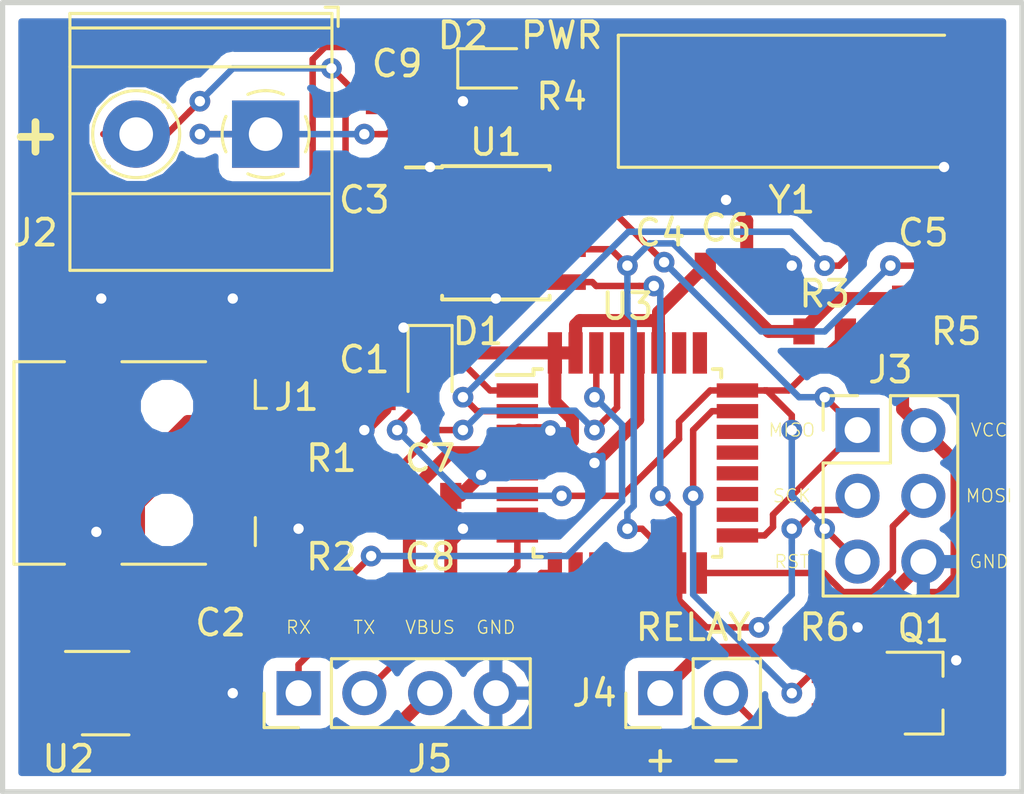
<source format=kicad_pcb>
(kicad_pcb (version 20171130) (host pcbnew 5.0.0-rc2-be01b52~65~ubuntu18.04.1)

  (general
    (thickness 1.6)
    (drawings 19)
    (tracks 390)
    (zones 0)
    (modules 27)
    (nets 39)
  )

  (page A4)
  (layers
    (0 F.Cu signal)
    (31 B.Cu signal)
    (32 B.Adhes user hide)
    (33 F.Adhes user hide)
    (34 B.Paste user hide)
    (35 F.Paste user hide)
    (36 B.SilkS user hide)
    (37 F.SilkS user)
    (38 B.Mask user hide)
    (39 F.Mask user hide)
    (40 Dwgs.User user hide)
    (41 Cmts.User user hide)
    (42 Eco1.User user hide)
    (43 Eco2.User user hide)
    (44 Edge.Cuts user)
    (45 Margin user hide)
    (46 B.CrtYd user hide)
    (47 F.CrtYd user hide)
    (48 B.Fab user hide)
    (49 F.Fab user hide)
  )

  (setup
    (last_trace_width 0.25)
    (trace_clearance 0.2)
    (zone_clearance 0.508)
    (zone_45_only no)
    (trace_min 0.1524)
    (segment_width 0.2)
    (edge_width 0.15)
    (via_size 0.8)
    (via_drill 0.4)
    (via_min_size 0.508)
    (via_min_drill 0.254)
    (uvia_size 0.3)
    (uvia_drill 0.1)
    (uvias_allowed no)
    (uvia_min_size 0.2)
    (uvia_min_drill 0.1)
    (pcb_text_width 0.15)
    (pcb_text_size 1 1)
    (mod_edge_width 0.15)
    (mod_text_size 1 1)
    (mod_text_width 0.15)
    (pad_size 1.524 1.524)
    (pad_drill 0.762)
    (pad_to_mask_clearance 0.2)
    (aux_axis_origin 0 0)
    (visible_elements FFFFFF7F)
    (pcbplotparams
      (layerselection 0x01008_7ffffffe)
      (usegerberextensions false)
      (usegerberattributes false)
      (usegerberadvancedattributes false)
      (creategerberjobfile false)
      (excludeedgelayer true)
      (linewidth 0.100000)
      (plotframeref false)
      (viasonmask false)
      (mode 1)
      (useauxorigin false)
      (hpglpennumber 1)
      (hpglpenspeed 20)
      (hpglpendiameter 15)
      (psnegative false)
      (psa4output false)
      (plotreference true)
      (plotvalue true)
      (plotinvisibletext false)
      (padsonsilk false)
      (subtractmaskfromsilk false)
      (outputformat 1)
      (mirror false)
      (drillshape 0)
      (scaleselection 1)
      (outputdirectory ""))
  )

  (net 0 "")
  (net 1 GND)
  (net 2 /VBUS)
  (net 3 VCC)
  (net 4 "Net-(C4-Pad1)")
  (net 5 "Net-(C5-Pad1)")
  (net 6 "Net-(C9-Pad2)")
  (net 7 "Net-(C9-Pad1)")
  (net 8 /RST)
  (net 9 "Net-(D2-Pad2)")
  (net 10 "Net-(J1-Pad2)")
  (net 11 "Net-(J1-Pad3)")
  (net 12 "Net-(J1-Pad4)")
  (net 13 /MISO)
  (net 14 /SCK)
  (net 15 /MOSI)
  (net 16 "Net-(J4-Pad2)")
  (net 17 /RX)
  (net 18 /TX)
  (net 19 "Net-(Q1-Pad1)")
  (net 20 /D+)
  (net 21 /D-)
  (net 22 /SS)
  (net 23 /RELAY)
  (net 24 "Net-(U2-Pad4)")
  (net 25 "Net-(U3-Pad5)")
  (net 26 "Net-(U3-Pad6)")
  (net 27 "Net-(U3-Pad7)")
  (net 28 "Net-(U3-Pad10)")
  (net 29 "Net-(U3-Pad11)")
  (net 30 "Net-(U3-Pad12)")
  (net 31 "Net-(U3-Pad13)")
  (net 32 "Net-(U3-Pad18)")
  (net 33 "Net-(U3-Pad19)")
  (net 34 "Net-(U3-Pad20)")
  (net 35 "Net-(U3-Pad21)")
  (net 36 "Net-(U3-Pad22)")
  (net 37 "Net-(U3-Pad25)")
  (net 38 "Net-(U3-Pad26)")

  (net_class Default "This is the default net class."
    (clearance 0.2)
    (trace_width 0.25)
    (via_dia 0.8)
    (via_drill 0.4)
    (uvia_dia 0.3)
    (uvia_drill 0.1)
    (add_net /D+)
    (add_net /D-)
    (add_net /MISO)
    (add_net /MOSI)
    (add_net /RELAY)
    (add_net /RST)
    (add_net /RX)
    (add_net /SCK)
    (add_net /SS)
    (add_net /TX)
    (add_net "Net-(C4-Pad1)")
    (add_net "Net-(C5-Pad1)")
    (add_net "Net-(C9-Pad1)")
    (add_net "Net-(C9-Pad2)")
    (add_net "Net-(D2-Pad2)")
    (add_net "Net-(J1-Pad2)")
    (add_net "Net-(J1-Pad3)")
    (add_net "Net-(J1-Pad4)")
    (add_net "Net-(J4-Pad2)")
    (add_net "Net-(Q1-Pad1)")
    (add_net "Net-(U2-Pad4)")
    (add_net "Net-(U3-Pad10)")
    (add_net "Net-(U3-Pad11)")
    (add_net "Net-(U3-Pad12)")
    (add_net "Net-(U3-Pad13)")
    (add_net "Net-(U3-Pad18)")
    (add_net "Net-(U3-Pad19)")
    (add_net "Net-(U3-Pad20)")
    (add_net "Net-(U3-Pad21)")
    (add_net "Net-(U3-Pad22)")
    (add_net "Net-(U3-Pad25)")
    (add_net "Net-(U3-Pad26)")
    (add_net "Net-(U3-Pad5)")
    (add_net "Net-(U3-Pad6)")
    (add_net "Net-(U3-Pad7)")
  )

  (net_class GND ""
    (clearance 0.2)
    (trace_width 0.5)
    (via_dia 0.8)
    (via_drill 0.4)
    (uvia_dia 0.3)
    (uvia_drill 0.1)
    (add_net GND)
  )

  (net_class VCC ""
    (clearance 0.2)
    (trace_width 0.5)
    (via_dia 0.8)
    (via_drill 0.4)
    (uvia_dia 0.3)
    (uvia_drill 0.1)
    (add_net /VBUS)
    (add_net VCC)
  )

  (module Capacitor_SMD:C_0603_1608Metric (layer F.Cu) (tedit 5AC5DB74) (tstamp 5B4701D8)
    (at 179.07 62.23)
    (descr "Capacitor SMD 0603 (1608 Metric), square (rectangular) end terminal, IPC_7351 nominal, (Body size source: http://www.tortai-tech.com/upload/download/2011102023233369053.pdf), generated with kicad-footprint-generator")
    (tags capacitor)
    (path /5B1D63DC)
    (attr smd)
    (fp_text reference C1 (at 0 -1.45) (layer F.SilkS)
      (effects (font (size 1 1) (thickness 0.15)))
    )
    (fp_text value 10u (at 0 1.45) (layer F.Fab)
      (effects (font (size 1 1) (thickness 0.15)))
    )
    (fp_text user %R (at 0 0) (layer F.Fab)
      (effects (font (size 0.4 0.4) (thickness 0.06)))
    )
    (fp_line (start 1.46 0.75) (end -1.46 0.75) (layer F.CrtYd) (width 0.05))
    (fp_line (start 1.46 -0.75) (end 1.46 0.75) (layer F.CrtYd) (width 0.05))
    (fp_line (start -1.46 -0.75) (end 1.46 -0.75) (layer F.CrtYd) (width 0.05))
    (fp_line (start -1.46 0.75) (end -1.46 -0.75) (layer F.CrtYd) (width 0.05))
    (fp_line (start 0.8 0.4) (end -0.8 0.4) (layer F.Fab) (width 0.1))
    (fp_line (start 0.8 -0.4) (end 0.8 0.4) (layer F.Fab) (width 0.1))
    (fp_line (start -0.8 -0.4) (end 0.8 -0.4) (layer F.Fab) (width 0.1))
    (fp_line (start -0.8 0.4) (end -0.8 -0.4) (layer F.Fab) (width 0.1))
    (pad 2 smd rect (at 0.8 0) (size 0.82 1) (layers F.Cu F.Paste F.Mask)
      (net 1 GND))
    (pad 1 smd rect (at -0.8 0) (size 0.82 1) (layers F.Cu F.Paste F.Mask)
      (net 2 /VBUS))
    (model ${KISYS3DMOD}/Capacitor_SMD.3dshapes/C_0603_1608Metric.wrl
      (at (xyz 0 0 0))
      (scale (xyz 1 1 1))
      (rotate (xyz 0 0 0))
    )
  )

  (module Capacitor_SMD:C_0603_1608Metric (layer F.Cu) (tedit 5AC5DB74) (tstamp 5B4701E7)
    (at 173.52 72.39)
    (descr "Capacitor SMD 0603 (1608 Metric), square (rectangular) end terminal, IPC_7351 nominal, (Body size source: http://www.tortai-tech.com/upload/download/2011102023233369053.pdf), generated with kicad-footprint-generator")
    (tags capacitor)
    (path /5B1E81B4)
    (attr smd)
    (fp_text reference C2 (at 0 -1.45) (layer F.SilkS)
      (effects (font (size 1 1) (thickness 0.15)))
    )
    (fp_text value 1u (at 0 1.45) (layer F.Fab)
      (effects (font (size 1 1) (thickness 0.15)))
    )
    (fp_line (start -0.8 0.4) (end -0.8 -0.4) (layer F.Fab) (width 0.1))
    (fp_line (start -0.8 -0.4) (end 0.8 -0.4) (layer F.Fab) (width 0.1))
    (fp_line (start 0.8 -0.4) (end 0.8 0.4) (layer F.Fab) (width 0.1))
    (fp_line (start 0.8 0.4) (end -0.8 0.4) (layer F.Fab) (width 0.1))
    (fp_line (start -1.46 0.75) (end -1.46 -0.75) (layer F.CrtYd) (width 0.05))
    (fp_line (start -1.46 -0.75) (end 1.46 -0.75) (layer F.CrtYd) (width 0.05))
    (fp_line (start 1.46 -0.75) (end 1.46 0.75) (layer F.CrtYd) (width 0.05))
    (fp_line (start 1.46 0.75) (end -1.46 0.75) (layer F.CrtYd) (width 0.05))
    (fp_text user %R (at 0 0) (layer F.Fab)
      (effects (font (size 0.4 0.4) (thickness 0.06)))
    )
    (pad 1 smd rect (at -0.8 0) (size 0.82 1) (layers F.Cu F.Paste F.Mask)
      (net 3 VCC))
    (pad 2 smd rect (at 0.8 0) (size 0.82 1) (layers F.Cu F.Paste F.Mask)
      (net 1 GND))
    (model ${KISYS3DMOD}/Capacitor_SMD.3dshapes/C_0603_1608Metric.wrl
      (at (xyz 0 0 0))
      (scale (xyz 1 1 1))
      (rotate (xyz 0 0 0))
    )
  )

  (module Capacitor_SMD:C_0603_1608Metric (layer F.Cu) (tedit 5AC5DB74) (tstamp 5B4701F6)
    (at 179.07 57.15 90)
    (descr "Capacitor SMD 0603 (1608 Metric), square (rectangular) end terminal, IPC_7351 nominal, (Body size source: http://www.tortai-tech.com/upload/download/2011102023233369053.pdf), generated with kicad-footprint-generator")
    (tags capacitor)
    (path /5B1A9863)
    (attr smd)
    (fp_text reference C3 (at 2.54 0 180) (layer F.SilkS)
      (effects (font (size 1 1) (thickness 0.15)))
    )
    (fp_text value 0.1u (at 0 1.45 90) (layer F.Fab)
      (effects (font (size 1 1) (thickness 0.15)))
    )
    (fp_line (start -0.8 0.4) (end -0.8 -0.4) (layer F.Fab) (width 0.1))
    (fp_line (start -0.8 -0.4) (end 0.8 -0.4) (layer F.Fab) (width 0.1))
    (fp_line (start 0.8 -0.4) (end 0.8 0.4) (layer F.Fab) (width 0.1))
    (fp_line (start 0.8 0.4) (end -0.8 0.4) (layer F.Fab) (width 0.1))
    (fp_line (start -1.46 0.75) (end -1.46 -0.75) (layer F.CrtYd) (width 0.05))
    (fp_line (start -1.46 -0.75) (end 1.46 -0.75) (layer F.CrtYd) (width 0.05))
    (fp_line (start 1.46 -0.75) (end 1.46 0.75) (layer F.CrtYd) (width 0.05))
    (fp_line (start 1.46 0.75) (end -1.46 0.75) (layer F.CrtYd) (width 0.05))
    (fp_text user %R (at 0 0 90) (layer F.Fab)
      (effects (font (size 0.4 0.4) (thickness 0.06)))
    )
    (pad 1 smd rect (at -0.8 0 90) (size 0.82 1) (layers F.Cu F.Paste F.Mask)
      (net 1 GND))
    (pad 2 smd rect (at 0.8 0 90) (size 0.82 1) (layers F.Cu F.Paste F.Mask)
      (net 3 VCC))
    (model ${KISYS3DMOD}/Capacitor_SMD.3dshapes/C_0603_1608Metric.wrl
      (at (xyz 0 0 0))
      (scale (xyz 1 1 1))
      (rotate (xyz 0 0 0))
    )
  )

  (module Capacitor_SMD:C_0603_1608Metric (layer F.Cu) (tedit 5AC5DB74) (tstamp 5B470205)
    (at 190.5 54.61)
    (descr "Capacitor SMD 0603 (1608 Metric), square (rectangular) end terminal, IPC_7351 nominal, (Body size source: http://www.tortai-tech.com/upload/download/2011102023233369053.pdf), generated with kicad-footprint-generator")
    (tags capacitor)
    (path /5B19BD77)
    (attr smd)
    (fp_text reference C4 (at 0 1.27) (layer F.SilkS)
      (effects (font (size 1 1) (thickness 0.15)))
    )
    (fp_text value 26p (at 0 1.45) (layer F.Fab)
      (effects (font (size 1 1) (thickness 0.15)))
    )
    (fp_line (start -0.8 0.4) (end -0.8 -0.4) (layer F.Fab) (width 0.1))
    (fp_line (start -0.8 -0.4) (end 0.8 -0.4) (layer F.Fab) (width 0.1))
    (fp_line (start 0.8 -0.4) (end 0.8 0.4) (layer F.Fab) (width 0.1))
    (fp_line (start 0.8 0.4) (end -0.8 0.4) (layer F.Fab) (width 0.1))
    (fp_line (start -1.46 0.75) (end -1.46 -0.75) (layer F.CrtYd) (width 0.05))
    (fp_line (start -1.46 -0.75) (end 1.46 -0.75) (layer F.CrtYd) (width 0.05))
    (fp_line (start 1.46 -0.75) (end 1.46 0.75) (layer F.CrtYd) (width 0.05))
    (fp_line (start 1.46 0.75) (end -1.46 0.75) (layer F.CrtYd) (width 0.05))
    (fp_text user %R (at 0 0) (layer F.Fab)
      (effects (font (size 0.4 0.4) (thickness 0.06)))
    )
    (pad 1 smd rect (at -0.8 0) (size 0.82 1) (layers F.Cu F.Paste F.Mask)
      (net 4 "Net-(C4-Pad1)"))
    (pad 2 smd rect (at 0.8 0) (size 0.82 1) (layers F.Cu F.Paste F.Mask)
      (net 1 GND))
    (model ${KISYS3DMOD}/Capacitor_SMD.3dshapes/C_0603_1608Metric.wrl
      (at (xyz 0 0 0))
      (scale (xyz 1 1 1))
      (rotate (xyz 0 0 0))
    )
  )

  (module Capacitor_SMD:C_0603_1608Metric (layer F.Cu) (tedit 5AC5DB74) (tstamp 5B470214)
    (at 200.66 54.61)
    (descr "Capacitor SMD 0603 (1608 Metric), square (rectangular) end terminal, IPC_7351 nominal, (Body size source: http://www.tortai-tech.com/upload/download/2011102023233369053.pdf), generated with kicad-footprint-generator")
    (tags capacitor)
    (path /5B19BFEE)
    (attr smd)
    (fp_text reference C5 (at 0 1.27) (layer F.SilkS)
      (effects (font (size 1 1) (thickness 0.15)))
    )
    (fp_text value 26p (at 0 1.45) (layer F.Fab)
      (effects (font (size 1 1) (thickness 0.15)))
    )
    (fp_text user %R (at 0 0) (layer F.Fab)
      (effects (font (size 0.4 0.4) (thickness 0.06)))
    )
    (fp_line (start 1.46 0.75) (end -1.46 0.75) (layer F.CrtYd) (width 0.05))
    (fp_line (start 1.46 -0.75) (end 1.46 0.75) (layer F.CrtYd) (width 0.05))
    (fp_line (start -1.46 -0.75) (end 1.46 -0.75) (layer F.CrtYd) (width 0.05))
    (fp_line (start -1.46 0.75) (end -1.46 -0.75) (layer F.CrtYd) (width 0.05))
    (fp_line (start 0.8 0.4) (end -0.8 0.4) (layer F.Fab) (width 0.1))
    (fp_line (start 0.8 -0.4) (end 0.8 0.4) (layer F.Fab) (width 0.1))
    (fp_line (start -0.8 -0.4) (end 0.8 -0.4) (layer F.Fab) (width 0.1))
    (fp_line (start -0.8 0.4) (end -0.8 -0.4) (layer F.Fab) (width 0.1))
    (pad 2 smd rect (at 0.8 0) (size 0.82 1) (layers F.Cu F.Paste F.Mask)
      (net 1 GND))
    (pad 1 smd rect (at -0.8 0) (size 0.82 1) (layers F.Cu F.Paste F.Mask)
      (net 5 "Net-(C5-Pad1)"))
    (model ${KISYS3DMOD}/Capacitor_SMD.3dshapes/C_0603_1608Metric.wrl
      (at (xyz 0 0 0))
      (scale (xyz 1 1 1))
      (rotate (xyz 0 0 0))
    )
  )

  (module Capacitor_SMD:C_0603_1608Metric (layer F.Cu) (tedit 5AC5DB74) (tstamp 5B470223)
    (at 193.04 57.15)
    (descr "Capacitor SMD 0603 (1608 Metric), square (rectangular) end terminal, IPC_7351 nominal, (Body size source: http://www.tortai-tech.com/upload/download/2011102023233369053.pdf), generated with kicad-footprint-generator")
    (tags capacitor)
    (path /5B19B1C7)
    (attr smd)
    (fp_text reference C6 (at 0 -1.45) (layer F.SilkS)
      (effects (font (size 1 1) (thickness 0.15)))
    )
    (fp_text value 1u (at 0 1.45) (layer F.Fab)
      (effects (font (size 1 1) (thickness 0.15)))
    )
    (fp_line (start -0.8 0.4) (end -0.8 -0.4) (layer F.Fab) (width 0.1))
    (fp_line (start -0.8 -0.4) (end 0.8 -0.4) (layer F.Fab) (width 0.1))
    (fp_line (start 0.8 -0.4) (end 0.8 0.4) (layer F.Fab) (width 0.1))
    (fp_line (start 0.8 0.4) (end -0.8 0.4) (layer F.Fab) (width 0.1))
    (fp_line (start -1.46 0.75) (end -1.46 -0.75) (layer F.CrtYd) (width 0.05))
    (fp_line (start -1.46 -0.75) (end 1.46 -0.75) (layer F.CrtYd) (width 0.05))
    (fp_line (start 1.46 -0.75) (end 1.46 0.75) (layer F.CrtYd) (width 0.05))
    (fp_line (start 1.46 0.75) (end -1.46 0.75) (layer F.CrtYd) (width 0.05))
    (fp_text user %R (at 0 0) (layer F.Fab)
      (effects (font (size 0.4 0.4) (thickness 0.06)))
    )
    (pad 1 smd rect (at -0.8 0) (size 0.82 1) (layers F.Cu F.Paste F.Mask)
      (net 3 VCC))
    (pad 2 smd rect (at 0.8 0) (size 0.82 1) (layers F.Cu F.Paste F.Mask)
      (net 1 GND))
    (model ${KISYS3DMOD}/Capacitor_SMD.3dshapes/C_0603_1608Metric.wrl
      (at (xyz 0 0 0))
      (scale (xyz 1 1 1))
      (rotate (xyz 0 0 0))
    )
  )

  (module Capacitor_SMD:C_0603_1608Metric (layer F.Cu) (tedit 5AC5DB74) (tstamp 5B470232)
    (at 181.61 66.04)
    (descr "Capacitor SMD 0603 (1608 Metric), square (rectangular) end terminal, IPC_7351 nominal, (Body size source: http://www.tortai-tech.com/upload/download/2011102023233369053.pdf), generated with kicad-footprint-generator")
    (tags capacitor)
    (path /5B3437CF)
    (attr smd)
    (fp_text reference C7 (at 0 -1.45) (layer F.SilkS)
      (effects (font (size 1 1) (thickness 0.15)))
    )
    (fp_text value 0.1u (at 0 1.45) (layer F.Fab)
      (effects (font (size 1 1) (thickness 0.15)))
    )
    (fp_line (start -0.8 0.4) (end -0.8 -0.4) (layer F.Fab) (width 0.1))
    (fp_line (start -0.8 -0.4) (end 0.8 -0.4) (layer F.Fab) (width 0.1))
    (fp_line (start 0.8 -0.4) (end 0.8 0.4) (layer F.Fab) (width 0.1))
    (fp_line (start 0.8 0.4) (end -0.8 0.4) (layer F.Fab) (width 0.1))
    (fp_line (start -1.46 0.75) (end -1.46 -0.75) (layer F.CrtYd) (width 0.05))
    (fp_line (start -1.46 -0.75) (end 1.46 -0.75) (layer F.CrtYd) (width 0.05))
    (fp_line (start 1.46 -0.75) (end 1.46 0.75) (layer F.CrtYd) (width 0.05))
    (fp_line (start 1.46 0.75) (end -1.46 0.75) (layer F.CrtYd) (width 0.05))
    (fp_text user %R (at 0 0) (layer F.Fab)
      (effects (font (size 0.4 0.4) (thickness 0.06)))
    )
    (pad 1 smd rect (at -0.8 0) (size 0.82 1) (layers F.Cu F.Paste F.Mask)
      (net 3 VCC))
    (pad 2 smd rect (at 0.8 0) (size 0.82 1) (layers F.Cu F.Paste F.Mask)
      (net 1 GND))
    (model ${KISYS3DMOD}/Capacitor_SMD.3dshapes/C_0603_1608Metric.wrl
      (at (xyz 0 0 0))
      (scale (xyz 1 1 1))
      (rotate (xyz 0 0 0))
    )
  )

  (module Capacitor_SMD:C_0603_1608Metric (layer F.Cu) (tedit 5AC5DB74) (tstamp 5B470241)
    (at 181.61 69.85)
    (descr "Capacitor SMD 0603 (1608 Metric), square (rectangular) end terminal, IPC_7351 nominal, (Body size source: http://www.tortai-tech.com/upload/download/2011102023233369053.pdf), generated with kicad-footprint-generator")
    (tags capacitor)
    (path /5B34381B)
    (attr smd)
    (fp_text reference C8 (at 0 -1.45) (layer F.SilkS)
      (effects (font (size 1 1) (thickness 0.15)))
    )
    (fp_text value 0.1u (at 0 1.45) (layer F.Fab)
      (effects (font (size 1 1) (thickness 0.15)))
    )
    (fp_text user %R (at 0 0) (layer F.Fab)
      (effects (font (size 0.4 0.4) (thickness 0.06)))
    )
    (fp_line (start 1.46 0.75) (end -1.46 0.75) (layer F.CrtYd) (width 0.05))
    (fp_line (start 1.46 -0.75) (end 1.46 0.75) (layer F.CrtYd) (width 0.05))
    (fp_line (start -1.46 -0.75) (end 1.46 -0.75) (layer F.CrtYd) (width 0.05))
    (fp_line (start -1.46 0.75) (end -1.46 -0.75) (layer F.CrtYd) (width 0.05))
    (fp_line (start 0.8 0.4) (end -0.8 0.4) (layer F.Fab) (width 0.1))
    (fp_line (start 0.8 -0.4) (end 0.8 0.4) (layer F.Fab) (width 0.1))
    (fp_line (start -0.8 -0.4) (end 0.8 -0.4) (layer F.Fab) (width 0.1))
    (fp_line (start -0.8 0.4) (end -0.8 -0.4) (layer F.Fab) (width 0.1))
    (pad 2 smd rect (at 0.8 0) (size 0.82 1) (layers F.Cu F.Paste F.Mask)
      (net 1 GND))
    (pad 1 smd rect (at -0.8 0) (size 0.82 1) (layers F.Cu F.Paste F.Mask)
      (net 3 VCC))
    (model ${KISYS3DMOD}/Capacitor_SMD.3dshapes/C_0603_1608Metric.wrl
      (at (xyz 0 0 0))
      (scale (xyz 1 1 1))
      (rotate (xyz 0 0 0))
    )
  )

  (module Capacitor_SMD:C_0603_1608Metric (layer F.Cu) (tedit 5AC5DB74) (tstamp 5B470250)
    (at 180.34 50.8)
    (descr "Capacitor SMD 0603 (1608 Metric), square (rectangular) end terminal, IPC_7351 nominal, (Body size source: http://www.tortai-tech.com/upload/download/2011102023233369053.pdf), generated with kicad-footprint-generator")
    (tags capacitor)
    (path /5B41ADDF)
    (attr smd)
    (fp_text reference C9 (at 0 -1.45) (layer F.SilkS)
      (effects (font (size 1 1) (thickness 0.15)))
    )
    (fp_text value 10n (at 0 1.45) (layer F.Fab)
      (effects (font (size 1 1) (thickness 0.15)))
    )
    (fp_text user %R (at 0 0) (layer F.Fab)
      (effects (font (size 0.4 0.4) (thickness 0.06)))
    )
    (fp_line (start 1.46 0.75) (end -1.46 0.75) (layer F.CrtYd) (width 0.05))
    (fp_line (start 1.46 -0.75) (end 1.46 0.75) (layer F.CrtYd) (width 0.05))
    (fp_line (start -1.46 -0.75) (end 1.46 -0.75) (layer F.CrtYd) (width 0.05))
    (fp_line (start -1.46 0.75) (end -1.46 -0.75) (layer F.CrtYd) (width 0.05))
    (fp_line (start 0.8 0.4) (end -0.8 0.4) (layer F.Fab) (width 0.1))
    (fp_line (start 0.8 -0.4) (end 0.8 0.4) (layer F.Fab) (width 0.1))
    (fp_line (start -0.8 -0.4) (end 0.8 -0.4) (layer F.Fab) (width 0.1))
    (fp_line (start -0.8 0.4) (end -0.8 -0.4) (layer F.Fab) (width 0.1))
    (pad 2 smd rect (at 0.8 0) (size 0.82 1) (layers F.Cu F.Paste F.Mask)
      (net 6 "Net-(C9-Pad2)"))
    (pad 1 smd rect (at -0.8 0) (size 0.82 1) (layers F.Cu F.Paste F.Mask)
      (net 7 "Net-(C9-Pad1)"))
    (model ${KISYS3DMOD}/Capacitor_SMD.3dshapes/C_0603_1608Metric.wrl
      (at (xyz 0 0 0))
      (scale (xyz 1 1 1))
      (rotate (xyz 0 0 0))
    )
  )

  (module Diode_SMD:D_SOD-323 (layer F.Cu) (tedit 58641739) (tstamp 5B470268)
    (at 181.61 60.96 270)
    (descr SOD-323)
    (tags SOD-323)
    (path /5B1CE015)
    (attr smd)
    (fp_text reference D1 (at -1.27 -1.85) (layer F.SilkS)
      (effects (font (size 1 1) (thickness 0.15)))
    )
    (fp_text value D (at 0.1 1.9 270) (layer F.Fab)
      (effects (font (size 1 1) (thickness 0.15)))
    )
    (fp_text user %R (at 0 -1.85 270) (layer F.Fab)
      (effects (font (size 1 1) (thickness 0.15)))
    )
    (fp_line (start -1.5 -0.85) (end -1.5 0.85) (layer F.SilkS) (width 0.12))
    (fp_line (start 0.2 0) (end 0.45 0) (layer F.Fab) (width 0.1))
    (fp_line (start 0.2 0.35) (end -0.3 0) (layer F.Fab) (width 0.1))
    (fp_line (start 0.2 -0.35) (end 0.2 0.35) (layer F.Fab) (width 0.1))
    (fp_line (start -0.3 0) (end 0.2 -0.35) (layer F.Fab) (width 0.1))
    (fp_line (start -0.3 0) (end -0.5 0) (layer F.Fab) (width 0.1))
    (fp_line (start -0.3 -0.35) (end -0.3 0.35) (layer F.Fab) (width 0.1))
    (fp_line (start -0.9 0.7) (end -0.9 -0.7) (layer F.Fab) (width 0.1))
    (fp_line (start 0.9 0.7) (end -0.9 0.7) (layer F.Fab) (width 0.1))
    (fp_line (start 0.9 -0.7) (end 0.9 0.7) (layer F.Fab) (width 0.1))
    (fp_line (start -0.9 -0.7) (end 0.9 -0.7) (layer F.Fab) (width 0.1))
    (fp_line (start -1.6 -0.95) (end 1.6 -0.95) (layer F.CrtYd) (width 0.05))
    (fp_line (start 1.6 -0.95) (end 1.6 0.95) (layer F.CrtYd) (width 0.05))
    (fp_line (start -1.6 0.95) (end 1.6 0.95) (layer F.CrtYd) (width 0.05))
    (fp_line (start -1.6 -0.95) (end -1.6 0.95) (layer F.CrtYd) (width 0.05))
    (fp_line (start -1.5 0.85) (end 1.05 0.85) (layer F.SilkS) (width 0.12))
    (fp_line (start -1.5 -0.85) (end 1.05 -0.85) (layer F.SilkS) (width 0.12))
    (pad 1 smd rect (at -1.05 0 270) (size 0.6 0.45) (layers F.Cu F.Paste F.Mask)
      (net 3 VCC))
    (pad 2 smd rect (at 1.05 0 270) (size 0.6 0.45) (layers F.Cu F.Paste F.Mask)
      (net 8 /RST))
    (model ${KISYS3DMOD}/Diode_SMD.3dshapes/D_SOD-323.wrl
      (at (xyz 0 0 0))
      (scale (xyz 1 1 1))
      (rotate (xyz 0 0 0))
    )
  )

  (module LED_SMD:LED_0603_1608Metric (layer F.Cu) (tedit 5AC5DB75) (tstamp 5B47027B)
    (at 184.15 49.53)
    (descr "LED SMD 0603 (1608 Metric), square (rectangular) end terminal, IPC_7351 nominal, (Body size source: http://www.tortai-tech.com/upload/download/2011102023233369053.pdf), generated with kicad-footprint-generator")
    (tags diode)
    (path /5B432F6C)
    (attr smd)
    (fp_text reference D2 (at -1.27 -1.27) (layer F.SilkS)
      (effects (font (size 1 1) (thickness 0.15)))
    )
    (fp_text value LED (at 0 1.45) (layer F.Fab)
      (effects (font (size 1 1) (thickness 0.15)))
    )
    (fp_line (start 0.8 -0.4) (end -0.5 -0.4) (layer F.Fab) (width 0.1))
    (fp_line (start -0.5 -0.4) (end -0.8 -0.1) (layer F.Fab) (width 0.1))
    (fp_line (start -0.8 -0.1) (end -0.8 0.4) (layer F.Fab) (width 0.1))
    (fp_line (start -0.8 0.4) (end 0.8 0.4) (layer F.Fab) (width 0.1))
    (fp_line (start 0.8 0.4) (end 0.8 -0.4) (layer F.Fab) (width 0.1))
    (fp_line (start 0.8 -0.76) (end -1.47 -0.76) (layer F.SilkS) (width 0.12))
    (fp_line (start -1.47 -0.76) (end -1.47 0.76) (layer F.SilkS) (width 0.12))
    (fp_line (start -1.47 0.76) (end 0.8 0.76) (layer F.SilkS) (width 0.12))
    (fp_line (start -1.46 0.75) (end -1.46 -0.75) (layer F.CrtYd) (width 0.05))
    (fp_line (start -1.46 -0.75) (end 1.46 -0.75) (layer F.CrtYd) (width 0.05))
    (fp_line (start 1.46 -0.75) (end 1.46 0.75) (layer F.CrtYd) (width 0.05))
    (fp_line (start 1.46 0.75) (end -1.46 0.75) (layer F.CrtYd) (width 0.05))
    (fp_text user %R (at 0 0) (layer F.Fab)
      (effects (font (size 0.4 0.4) (thickness 0.06)))
    )
    (pad 1 smd rect (at -0.8 0) (size 0.82 1) (layers F.Cu F.Paste F.Mask)
      (net 1 GND))
    (pad 2 smd rect (at 0.8 0) (size 0.82 1) (layers F.Cu F.Paste F.Mask)
      (net 9 "Net-(D2-Pad2)"))
    (model ${KISYS3DMOD}/LED_SMD.3dshapes/LED_0603_1608Metric.wrl
      (at (xyz 0 0 0))
      (scale (xyz 1 1 1))
      (rotate (xyz 0 0 0))
    )
  )

  (module Connector_USB:USB_Mini-B_Lumberg_2486_01_Horizontal (layer F.Cu) (tedit 5AC6B535) (tstamp 5B4702AD)
    (at 171.45 64.77 270)
    (descr "USB Mini-B 5-pin SMD connector, http://downloads.lumberg.com/datenblaetter/en/2486_01.pdf")
    (tags "USB USB_B USB_Mini connector")
    (path /5B3FB3D2)
    (attr smd)
    (fp_text reference J1 (at -2.54 -5) (layer F.SilkS)
      (effects (font (size 1 1) (thickness 0.15)))
    )
    (fp_text value USB_B_Mini (at 0 7.5 270) (layer F.Fab)
      (effects (font (size 1 1) (thickness 0.15)))
    )
    (fp_line (start 2.35 -4.2) (end -2.35 -4.2) (layer F.CrtYd) (width 0.05))
    (fp_line (start 2.35 -3.95) (end 2.35 -4.2) (layer F.CrtYd) (width 0.05))
    (fp_line (start 4.35 1.5) (end 5.95 1.5) (layer F.CrtYd) (width 0.05))
    (fp_line (start 4.35 4.2) (end 5.95 4.2) (layer F.CrtYd) (width 0.05))
    (fp_line (start 4.35 6.35) (end 4.35 4.2) (layer F.CrtYd) (width 0.05))
    (fp_line (start 3.91 5.91) (end -3.91 5.91) (layer F.SilkS) (width 0.12))
    (fp_line (start -1.6 -2.85) (end -1.25 -3.35) (layer F.Fab) (width 0.1))
    (fp_line (start -2.11 -3.41) (end -2.11 -3.84) (layer F.SilkS) (width 0.12))
    (fp_text user %R (at 0 1.6 90) (layer F.Fab)
      (effects (font (size 1 1) (thickness 0.15)))
    )
    (fp_line (start 3.91 5.91) (end 3.91 3.96) (layer F.SilkS) (width 0.12))
    (fp_line (start 3.91 1.74) (end 3.91 -1.49) (layer F.SilkS) (width 0.12))
    (fp_line (start 2.11 -3.41) (end 3.19 -3.41) (layer F.SilkS) (width 0.12))
    (fp_line (start -3.19 -3.41) (end -2.11 -3.41) (layer F.SilkS) (width 0.12))
    (fp_line (start -3.91 1.74) (end -3.91 -1.49) (layer F.SilkS) (width 0.12))
    (fp_line (start -3.91 5.91) (end -3.91 3.96) (layer F.SilkS) (width 0.12))
    (fp_line (start 3.85 5.85) (end 3.85 -3.35) (layer F.Fab) (width 0.1))
    (fp_line (start -3.85 5.85) (end 3.85 5.85) (layer F.Fab) (width 0.1))
    (fp_line (start -3.85 -3.35) (end -3.85 5.85) (layer F.Fab) (width 0.1))
    (fp_line (start -3.85 -3.35) (end 3.85 -3.35) (layer F.Fab) (width 0.1))
    (fp_line (start -4.35 6.35) (end 4.35 6.35) (layer F.CrtYd) (width 0.05))
    (fp_line (start 5.95 -3.95) (end 2.35 -3.95) (layer F.CrtYd) (width 0.05))
    (fp_line (start 5.95 1.5) (end 5.95 4.2) (layer F.CrtYd) (width 0.05))
    (fp_line (start -1.95 -3.35) (end -1.6 -2.85) (layer F.Fab) (width 0.1))
    (fp_line (start 4.35 -1.25) (end 4.35 1.5) (layer F.CrtYd) (width 0.05))
    (fp_line (start 4.35 -1.25) (end 5.95 -1.25) (layer F.CrtYd) (width 0.05))
    (fp_line (start 5.95 -3.95) (end 5.95 -1.25) (layer F.CrtYd) (width 0.05))
    (fp_line (start -2.35 -3.95) (end -2.35 -4.2) (layer F.CrtYd) (width 0.05))
    (fp_line (start -5.95 -3.95) (end -2.35 -3.95) (layer F.CrtYd) (width 0.05))
    (fp_line (start -5.95 -3.95) (end -5.95 -1.25) (layer F.CrtYd) (width 0.05))
    (fp_line (start -4.35 -1.25) (end -5.95 -1.25) (layer F.CrtYd) (width 0.05))
    (fp_line (start -4.35 -1.25) (end -4.35 1.5) (layer F.CrtYd) (width 0.05))
    (fp_line (start -4.35 1.5) (end -5.95 1.5) (layer F.CrtYd) (width 0.05))
    (fp_line (start -5.95 1.5) (end -5.95 4.2) (layer F.CrtYd) (width 0.05))
    (fp_line (start -4.35 4.2) (end -5.95 4.2) (layer F.CrtYd) (width 0.05))
    (fp_line (start -4.35 6.35) (end -4.35 4.2) (layer F.CrtYd) (width 0.05))
    (pad 1 smd rect (at -1.6 -2.7 270) (size 0.5 2) (layers F.Cu F.Paste F.Mask)
      (net 2 /VBUS))
    (pad 2 smd rect (at -0.8 -2.7 270) (size 0.5 2) (layers F.Cu F.Paste F.Mask)
      (net 10 "Net-(J1-Pad2)"))
    (pad 3 smd rect (at 0 -2.7 270) (size 0.5 2) (layers F.Cu F.Paste F.Mask)
      (net 11 "Net-(J1-Pad3)"))
    (pad 4 smd rect (at 0.8 -2.7 270) (size 0.5 2) (layers F.Cu F.Paste F.Mask)
      (net 12 "Net-(J1-Pad4)"))
    (pad 5 smd rect (at 1.6 -2.7 270) (size 0.5 2) (layers F.Cu F.Paste F.Mask)
      (net 1 GND))
    (pad 6 smd rect (at -4.45 -2.6 270) (size 2 1.7) (layers F.Cu F.Paste F.Mask)
      (net 1 GND))
    (pad 6 smd rect (at -4.45 2.85 270) (size 2 1.7) (layers F.Cu F.Paste F.Mask)
      (net 1 GND))
    (pad 6 smd rect (at 4.45 -2.6 270) (size 2 1.7) (layers F.Cu F.Paste F.Mask)
      (net 1 GND))
    (pad 6 smd rect (at 4.45 2.85 270) (size 2 1.7) (layers F.Cu F.Paste F.Mask)
      (net 1 GND))
    (pad "" np_thru_hole circle (at -2.2 0 270) (size 1 1) (drill 1) (layers *.Cu *.Mask))
    (pad "" np_thru_hole circle (at 2.2 0 270) (size 1 1) (drill 1) (layers *.Cu *.Mask))
    (model ${KISYS3DMOD}/Connector_USB.3dshapes/USB_Mini-B_Lumberg_2486_01_Horizontal.wrl
      (at (xyz 0 0 0))
      (scale (xyz 1 1 1))
      (rotate (xyz 0 0 0))
    )
  )

  (module TerminalBlock_Phoenix:TerminalBlock_Phoenix_MKDS-1,5-2_1x02_P5.00mm_Horizontal (layer F.Cu) (tedit 5A082035) (tstamp 5B4702D9)
    (at 175.26 52.07 180)
    (descr "Terminal Block Phoenix MKDS-1,5-2, 2 pins, pitch 05mm, size 10.0x9.8mm^2, drill diamater 1.3mm, pad diameter 2.6mm, see http://www.farnell.com/datasheets/100425.pdf, script-generated using https://github.com/pointhi/kicad-footprint-generator/scripts/TerminalBlock_Phoenix")
    (tags "THT Terminal Block Phoenix MKDS-1.5-2 pitch 05mm size 10.0x9.8mm^2 drill 1.3mm pad 2.6mm")
    (path /5B1AA059)
    (fp_text reference J2 (at 8.89 -3.81 180) (layer F.SilkS)
      (effects (font (size 1 1) (thickness 0.15)))
    )
    (fp_text value Conn_01x02 (at 2.5 5.66 180) (layer F.Fab)
      (effects (font (size 1 1) (thickness 0.15)))
    )
    (fp_arc (start 0 0) (end 0 1.68) (angle -24) (layer F.SilkS) (width 0.12))
    (fp_arc (start 0 0) (end 1.535 0.684) (angle -48) (layer F.SilkS) (width 0.12))
    (fp_arc (start 0 0) (end 0.684 -1.535) (angle -48) (layer F.SilkS) (width 0.12))
    (fp_arc (start 0 0) (end -1.535 -0.684) (angle -48) (layer F.SilkS) (width 0.12))
    (fp_arc (start 0 0) (end -0.684 1.535) (angle -25) (layer F.SilkS) (width 0.12))
    (fp_circle (center 0 0) (end 1.5 0) (layer F.Fab) (width 0.1))
    (fp_circle (center 5 0) (end 6.5 0) (layer F.Fab) (width 0.1))
    (fp_circle (center 5 0) (end 6.68 0) (layer F.SilkS) (width 0.12))
    (fp_line (start -2.5 -5.2) (end 7.5 -5.2) (layer F.Fab) (width 0.1))
    (fp_line (start 7.5 -5.2) (end 7.5 4.6) (layer F.Fab) (width 0.1))
    (fp_line (start 7.5 4.6) (end -2 4.6) (layer F.Fab) (width 0.1))
    (fp_line (start -2 4.6) (end -2.5 4.1) (layer F.Fab) (width 0.1))
    (fp_line (start -2.5 4.1) (end -2.5 -5.2) (layer F.Fab) (width 0.1))
    (fp_line (start -2.5 4.1) (end 7.5 4.1) (layer F.Fab) (width 0.1))
    (fp_line (start -2.56 4.1) (end 7.56 4.1) (layer F.SilkS) (width 0.12))
    (fp_line (start -2.5 2.6) (end 7.5 2.6) (layer F.Fab) (width 0.1))
    (fp_line (start -2.56 2.6) (end 7.56 2.6) (layer F.SilkS) (width 0.12))
    (fp_line (start -2.5 -2.3) (end 7.5 -2.3) (layer F.Fab) (width 0.1))
    (fp_line (start -2.56 -2.301) (end 7.56 -2.301) (layer F.SilkS) (width 0.12))
    (fp_line (start -2.56 -5.261) (end 7.56 -5.261) (layer F.SilkS) (width 0.12))
    (fp_line (start -2.56 4.66) (end 7.56 4.66) (layer F.SilkS) (width 0.12))
    (fp_line (start -2.56 -5.261) (end -2.56 4.66) (layer F.SilkS) (width 0.12))
    (fp_line (start 7.56 -5.261) (end 7.56 4.66) (layer F.SilkS) (width 0.12))
    (fp_line (start 1.138 -0.955) (end -0.955 1.138) (layer F.Fab) (width 0.1))
    (fp_line (start 0.955 -1.138) (end -1.138 0.955) (layer F.Fab) (width 0.1))
    (fp_line (start 6.138 -0.955) (end 4.046 1.138) (layer F.Fab) (width 0.1))
    (fp_line (start 5.955 -1.138) (end 3.863 0.955) (layer F.Fab) (width 0.1))
    (fp_line (start 6.275 -1.069) (end 6.228 -1.023) (layer F.SilkS) (width 0.12))
    (fp_line (start 3.966 1.239) (end 3.931 1.274) (layer F.SilkS) (width 0.12))
    (fp_line (start 6.07 -1.275) (end 6.035 -1.239) (layer F.SilkS) (width 0.12))
    (fp_line (start 3.773 1.023) (end 3.726 1.069) (layer F.SilkS) (width 0.12))
    (fp_line (start -2.8 4.16) (end -2.8 4.9) (layer F.SilkS) (width 0.12))
    (fp_line (start -2.8 4.9) (end -2.3 4.9) (layer F.SilkS) (width 0.12))
    (fp_line (start -3 -5.75) (end -3 5.1) (layer F.CrtYd) (width 0.05))
    (fp_line (start -3 5.1) (end 8 5.1) (layer F.CrtYd) (width 0.05))
    (fp_line (start 8 5.1) (end 8 -5.75) (layer F.CrtYd) (width 0.05))
    (fp_line (start 8 -5.75) (end -3 -5.75) (layer F.CrtYd) (width 0.05))
    (fp_text user %R (at 2.5 3.2 180) (layer F.Fab)
      (effects (font (size 1 1) (thickness 0.15)))
    )
    (pad 1 thru_hole rect (at 0 0 180) (size 2.6 2.6) (drill 1.3) (layers *.Cu *.Mask)
      (net 6 "Net-(C9-Pad2)"))
    (pad 2 thru_hole circle (at 5 0 180) (size 2.6 2.6) (drill 1.3) (layers *.Cu *.Mask)
      (net 7 "Net-(C9-Pad1)"))
    (model ${KISYS3DMOD}/TerminalBlock_Phoenix.3dshapes/TerminalBlock_Phoenix_MKDS-1,5-2_1x02_P5.00mm_Horizontal.wrl
      (at (xyz 0 0 0))
      (scale (xyz 1 1 1))
      (rotate (xyz 0 0 0))
    )
  )

  (module Connector_PinHeader_2.54mm:PinHeader_2x03_P2.54mm_Vertical (layer F.Cu) (tedit 59FED5CC) (tstamp 5B4702F5)
    (at 198.12 63.5)
    (descr "Through hole straight pin header, 2x03, 2.54mm pitch, double rows")
    (tags "Through hole pin header THT 2x03 2.54mm double row")
    (path /5B1AB2E1)
    (fp_text reference J3 (at 1.27 -2.33) (layer F.SilkS)
      (effects (font (size 1 1) (thickness 0.15)))
    )
    (fp_text value Conn_02x03_Odd_Even (at 1.27 7.41) (layer F.Fab)
      (effects (font (size 1 1) (thickness 0.15)))
    )
    (fp_line (start 0 -1.27) (end 3.81 -1.27) (layer F.Fab) (width 0.1))
    (fp_line (start 3.81 -1.27) (end 3.81 6.35) (layer F.Fab) (width 0.1))
    (fp_line (start 3.81 6.35) (end -1.27 6.35) (layer F.Fab) (width 0.1))
    (fp_line (start -1.27 6.35) (end -1.27 0) (layer F.Fab) (width 0.1))
    (fp_line (start -1.27 0) (end 0 -1.27) (layer F.Fab) (width 0.1))
    (fp_line (start -1.33 6.41) (end 3.87 6.41) (layer F.SilkS) (width 0.12))
    (fp_line (start -1.33 1.27) (end -1.33 6.41) (layer F.SilkS) (width 0.12))
    (fp_line (start 3.87 -1.33) (end 3.87 6.41) (layer F.SilkS) (width 0.12))
    (fp_line (start -1.33 1.27) (end 1.27 1.27) (layer F.SilkS) (width 0.12))
    (fp_line (start 1.27 1.27) (end 1.27 -1.33) (layer F.SilkS) (width 0.12))
    (fp_line (start 1.27 -1.33) (end 3.87 -1.33) (layer F.SilkS) (width 0.12))
    (fp_line (start -1.33 0) (end -1.33 -1.33) (layer F.SilkS) (width 0.12))
    (fp_line (start -1.33 -1.33) (end 0 -1.33) (layer F.SilkS) (width 0.12))
    (fp_line (start -1.8 -1.8) (end -1.8 6.85) (layer F.CrtYd) (width 0.05))
    (fp_line (start -1.8 6.85) (end 4.35 6.85) (layer F.CrtYd) (width 0.05))
    (fp_line (start 4.35 6.85) (end 4.35 -1.8) (layer F.CrtYd) (width 0.05))
    (fp_line (start 4.35 -1.8) (end -1.8 -1.8) (layer F.CrtYd) (width 0.05))
    (fp_text user %R (at 1.27 2.54 90) (layer F.Fab)
      (effects (font (size 1 1) (thickness 0.15)))
    )
    (pad 1 thru_hole rect (at 0 0) (size 1.7 1.7) (drill 1) (layers *.Cu *.Mask)
      (net 13 /MISO))
    (pad 2 thru_hole oval (at 2.54 0) (size 1.7 1.7) (drill 1) (layers *.Cu *.Mask)
      (net 3 VCC))
    (pad 3 thru_hole oval (at 0 2.54) (size 1.7 1.7) (drill 1) (layers *.Cu *.Mask)
      (net 14 /SCK))
    (pad 4 thru_hole oval (at 2.54 2.54) (size 1.7 1.7) (drill 1) (layers *.Cu *.Mask)
      (net 15 /MOSI))
    (pad 5 thru_hole oval (at 0 5.08) (size 1.7 1.7) (drill 1) (layers *.Cu *.Mask)
      (net 8 /RST))
    (pad 6 thru_hole oval (at 2.54 5.08) (size 1.7 1.7) (drill 1) (layers *.Cu *.Mask)
      (net 1 GND))
    (model ${KISYS3DMOD}/Connector_PinHeader_2.54mm.3dshapes/PinHeader_2x03_P2.54mm_Vertical.wrl
      (at (xyz 0 0 0))
      (scale (xyz 1 1 1))
      (rotate (xyz 0 0 0))
    )
  )

  (module Connector_PinHeader_2.54mm:PinHeader_1x02_P2.54mm_Vertical (layer F.Cu) (tedit 59FED5CC) (tstamp 5B47030B)
    (at 190.5 73.66 90)
    (descr "Through hole straight pin header, 1x02, 2.54mm pitch, single row")
    (tags "Through hole pin header THT 1x02 2.54mm single row")
    (path /5B1EF3C5)
    (fp_text reference J4 (at 0 -2.54 180) (layer F.SilkS)
      (effects (font (size 1 1) (thickness 0.15)))
    )
    (fp_text value Conn_01x02 (at 0 4.87 90) (layer F.Fab)
      (effects (font (size 1 1) (thickness 0.15)))
    )
    (fp_line (start -0.635 -1.27) (end 1.27 -1.27) (layer F.Fab) (width 0.1))
    (fp_line (start 1.27 -1.27) (end 1.27 3.81) (layer F.Fab) (width 0.1))
    (fp_line (start 1.27 3.81) (end -1.27 3.81) (layer F.Fab) (width 0.1))
    (fp_line (start -1.27 3.81) (end -1.27 -0.635) (layer F.Fab) (width 0.1))
    (fp_line (start -1.27 -0.635) (end -0.635 -1.27) (layer F.Fab) (width 0.1))
    (fp_line (start -1.33 3.87) (end 1.33 3.87) (layer F.SilkS) (width 0.12))
    (fp_line (start -1.33 1.27) (end -1.33 3.87) (layer F.SilkS) (width 0.12))
    (fp_line (start 1.33 1.27) (end 1.33 3.87) (layer F.SilkS) (width 0.12))
    (fp_line (start -1.33 1.27) (end 1.33 1.27) (layer F.SilkS) (width 0.12))
    (fp_line (start -1.33 0) (end -1.33 -1.33) (layer F.SilkS) (width 0.12))
    (fp_line (start -1.33 -1.33) (end 0 -1.33) (layer F.SilkS) (width 0.12))
    (fp_line (start -1.8 -1.8) (end -1.8 4.35) (layer F.CrtYd) (width 0.05))
    (fp_line (start -1.8 4.35) (end 1.8 4.35) (layer F.CrtYd) (width 0.05))
    (fp_line (start 1.8 4.35) (end 1.8 -1.8) (layer F.CrtYd) (width 0.05))
    (fp_line (start 1.8 -1.8) (end -1.8 -1.8) (layer F.CrtYd) (width 0.05))
    (fp_text user %R (at 0 1.27 180) (layer F.Fab)
      (effects (font (size 1 1) (thickness 0.15)))
    )
    (pad 1 thru_hole rect (at 0 0 90) (size 1.7 1.7) (drill 1) (layers *.Cu *.Mask)
      (net 3 VCC))
    (pad 2 thru_hole oval (at 0 2.54 90) (size 1.7 1.7) (drill 1) (layers *.Cu *.Mask)
      (net 16 "Net-(J4-Pad2)"))
    (model ${KISYS3DMOD}/Connector_PinHeader_2.54mm.3dshapes/PinHeader_1x02_P2.54mm_Vertical.wrl
      (at (xyz 0 0 0))
      (scale (xyz 1 1 1))
      (rotate (xyz 0 0 0))
    )
  )

  (module Connector_PinHeader_2.54mm:PinHeader_1x04_P2.54mm_Vertical (layer F.Cu) (tedit 59FED5CC) (tstamp 5B470323)
    (at 176.53 73.66 90)
    (descr "Through hole straight pin header, 1x04, 2.54mm pitch, single row")
    (tags "Through hole pin header THT 1x04 2.54mm single row")
    (path /5B201493)
    (fp_text reference J5 (at -2.54 5.08 180) (layer F.SilkS)
      (effects (font (size 1 1) (thickness 0.15)))
    )
    (fp_text value Conn_01x04 (at 0 9.95 90) (layer F.Fab)
      (effects (font (size 1 1) (thickness 0.15)))
    )
    (fp_line (start -0.635 -1.27) (end 1.27 -1.27) (layer F.Fab) (width 0.1))
    (fp_line (start 1.27 -1.27) (end 1.27 8.89) (layer F.Fab) (width 0.1))
    (fp_line (start 1.27 8.89) (end -1.27 8.89) (layer F.Fab) (width 0.1))
    (fp_line (start -1.27 8.89) (end -1.27 -0.635) (layer F.Fab) (width 0.1))
    (fp_line (start -1.27 -0.635) (end -0.635 -1.27) (layer F.Fab) (width 0.1))
    (fp_line (start -1.33 8.95) (end 1.33 8.95) (layer F.SilkS) (width 0.12))
    (fp_line (start -1.33 1.27) (end -1.33 8.95) (layer F.SilkS) (width 0.12))
    (fp_line (start 1.33 1.27) (end 1.33 8.95) (layer F.SilkS) (width 0.12))
    (fp_line (start -1.33 1.27) (end 1.33 1.27) (layer F.SilkS) (width 0.12))
    (fp_line (start -1.33 0) (end -1.33 -1.33) (layer F.SilkS) (width 0.12))
    (fp_line (start -1.33 -1.33) (end 0 -1.33) (layer F.SilkS) (width 0.12))
    (fp_line (start -1.8 -1.8) (end -1.8 9.4) (layer F.CrtYd) (width 0.05))
    (fp_line (start -1.8 9.4) (end 1.8 9.4) (layer F.CrtYd) (width 0.05))
    (fp_line (start 1.8 9.4) (end 1.8 -1.8) (layer F.CrtYd) (width 0.05))
    (fp_line (start 1.8 -1.8) (end -1.8 -1.8) (layer F.CrtYd) (width 0.05))
    (fp_text user %R (at 0 3.81 180) (layer F.Fab)
      (effects (font (size 1 1) (thickness 0.15)))
    )
    (pad 1 thru_hole rect (at 0 0 90) (size 1.7 1.7) (drill 1) (layers *.Cu *.Mask)
      (net 17 /RX))
    (pad 2 thru_hole oval (at 0 2.54 90) (size 1.7 1.7) (drill 1) (layers *.Cu *.Mask)
      (net 18 /TX))
    (pad 3 thru_hole oval (at 0 5.08 90) (size 1.7 1.7) (drill 1) (layers *.Cu *.Mask)
      (net 2 /VBUS))
    (pad 4 thru_hole oval (at 0 7.62 90) (size 1.7 1.7) (drill 1) (layers *.Cu *.Mask)
      (net 1 GND))
    (model ${KISYS3DMOD}/Connector_PinHeader_2.54mm.3dshapes/PinHeader_1x04_P2.54mm_Vertical.wrl
      (at (xyz 0 0 0))
      (scale (xyz 1 1 1))
      (rotate (xyz 0 0 0))
    )
  )

  (module Package_TO_SOT_SMD:SOT-23 (layer F.Cu) (tedit 5A02FF57) (tstamp 5B470338)
    (at 200.66 73.66)
    (descr "SOT-23, Standard")
    (tags SOT-23)
    (path /5B1EDCE0)
    (attr smd)
    (fp_text reference Q1 (at 0 -2.5) (layer F.SilkS)
      (effects (font (size 1 1) (thickness 0.15)))
    )
    (fp_text value BC817 (at 0 2.5) (layer F.Fab)
      (effects (font (size 1 1) (thickness 0.15)))
    )
    (fp_text user %R (at 0 0 90) (layer F.Fab)
      (effects (font (size 0.5 0.5) (thickness 0.075)))
    )
    (fp_line (start -0.7 -0.95) (end -0.7 1.5) (layer F.Fab) (width 0.1))
    (fp_line (start -0.15 -1.52) (end 0.7 -1.52) (layer F.Fab) (width 0.1))
    (fp_line (start -0.7 -0.95) (end -0.15 -1.52) (layer F.Fab) (width 0.1))
    (fp_line (start 0.7 -1.52) (end 0.7 1.52) (layer F.Fab) (width 0.1))
    (fp_line (start -0.7 1.52) (end 0.7 1.52) (layer F.Fab) (width 0.1))
    (fp_line (start 0.76 1.58) (end 0.76 0.65) (layer F.SilkS) (width 0.12))
    (fp_line (start 0.76 -1.58) (end 0.76 -0.65) (layer F.SilkS) (width 0.12))
    (fp_line (start -1.7 -1.75) (end 1.7 -1.75) (layer F.CrtYd) (width 0.05))
    (fp_line (start 1.7 -1.75) (end 1.7 1.75) (layer F.CrtYd) (width 0.05))
    (fp_line (start 1.7 1.75) (end -1.7 1.75) (layer F.CrtYd) (width 0.05))
    (fp_line (start -1.7 1.75) (end -1.7 -1.75) (layer F.CrtYd) (width 0.05))
    (fp_line (start 0.76 -1.58) (end -1.4 -1.58) (layer F.SilkS) (width 0.12))
    (fp_line (start 0.76 1.58) (end -0.7 1.58) (layer F.SilkS) (width 0.12))
    (pad 1 smd rect (at -1 -0.95) (size 0.9 0.8) (layers F.Cu F.Paste F.Mask)
      (net 19 "Net-(Q1-Pad1)"))
    (pad 2 smd rect (at -1 0.95) (size 0.9 0.8) (layers F.Cu F.Paste F.Mask)
      (net 1 GND))
    (pad 3 smd rect (at 1 0) (size 0.9 0.8) (layers F.Cu F.Paste F.Mask)
      (net 16 "Net-(J4-Pad2)"))
    (model ${KISYS3DMOD}/Package_TO_SOT_SMD.3dshapes/SOT-23.wrl
      (at (xyz 0 0 0))
      (scale (xyz 1 1 1))
      (rotate (xyz 0 0 0))
    )
  )

  (module Resistor_SMD:R_0603_1608Metric (layer F.Cu) (tedit 5AC5DB74) (tstamp 5B470347)
    (at 177.8 66.04)
    (descr "Resistor SMD 0603 (1608 Metric), square (rectangular) end terminal, IPC_7351 nominal, (Body size source: http://www.tortai-tech.com/upload/download/2011102023233369053.pdf), generated with kicad-footprint-generator")
    (tags resistor)
    (path /5B197482)
    (attr smd)
    (fp_text reference R1 (at 0 -1.45) (layer F.SilkS)
      (effects (font (size 1 1) (thickness 0.15)))
    )
    (fp_text value 22 (at 0 1.45) (layer F.Fab)
      (effects (font (size 1 1) (thickness 0.15)))
    )
    (fp_text user %R (at 0 0) (layer F.Fab)
      (effects (font (size 0.4 0.4) (thickness 0.06)))
    )
    (fp_line (start 1.46 0.75) (end -1.46 0.75) (layer F.CrtYd) (width 0.05))
    (fp_line (start 1.46 -0.75) (end 1.46 0.75) (layer F.CrtYd) (width 0.05))
    (fp_line (start -1.46 -0.75) (end 1.46 -0.75) (layer F.CrtYd) (width 0.05))
    (fp_line (start -1.46 0.75) (end -1.46 -0.75) (layer F.CrtYd) (width 0.05))
    (fp_line (start 0.8 0.4) (end -0.8 0.4) (layer F.Fab) (width 0.1))
    (fp_line (start 0.8 -0.4) (end 0.8 0.4) (layer F.Fab) (width 0.1))
    (fp_line (start -0.8 -0.4) (end 0.8 -0.4) (layer F.Fab) (width 0.1))
    (fp_line (start -0.8 0.4) (end -0.8 -0.4) (layer F.Fab) (width 0.1))
    (pad 2 smd rect (at 0.8 0) (size 0.82 1) (layers F.Cu F.Paste F.Mask)
      (net 11 "Net-(J1-Pad3)"))
    (pad 1 smd rect (at -0.8 0) (size 0.82 1) (layers F.Cu F.Paste F.Mask)
      (net 20 /D+))
    (model ${KISYS3DMOD}/Resistor_SMD.3dshapes/R_0603_1608Metric.wrl
      (at (xyz 0 0 0))
      (scale (xyz 1 1 1))
      (rotate (xyz 0 0 0))
    )
  )

  (module Resistor_SMD:R_0603_1608Metric (layer F.Cu) (tedit 5AC5DB74) (tstamp 5B470356)
    (at 177.8 69.85)
    (descr "Resistor SMD 0603 (1608 Metric), square (rectangular) end terminal, IPC_7351 nominal, (Body size source: http://www.tortai-tech.com/upload/download/2011102023233369053.pdf), generated with kicad-footprint-generator")
    (tags resistor)
    (path /5B1975AE)
    (attr smd)
    (fp_text reference R2 (at 0 -1.45) (layer F.SilkS)
      (effects (font (size 1 1) (thickness 0.15)))
    )
    (fp_text value 22 (at 0 1.45) (layer F.Fab)
      (effects (font (size 1 1) (thickness 0.15)))
    )
    (fp_line (start -0.8 0.4) (end -0.8 -0.4) (layer F.Fab) (width 0.1))
    (fp_line (start -0.8 -0.4) (end 0.8 -0.4) (layer F.Fab) (width 0.1))
    (fp_line (start 0.8 -0.4) (end 0.8 0.4) (layer F.Fab) (width 0.1))
    (fp_line (start 0.8 0.4) (end -0.8 0.4) (layer F.Fab) (width 0.1))
    (fp_line (start -1.46 0.75) (end -1.46 -0.75) (layer F.CrtYd) (width 0.05))
    (fp_line (start -1.46 -0.75) (end 1.46 -0.75) (layer F.CrtYd) (width 0.05))
    (fp_line (start 1.46 -0.75) (end 1.46 0.75) (layer F.CrtYd) (width 0.05))
    (fp_line (start 1.46 0.75) (end -1.46 0.75) (layer F.CrtYd) (width 0.05))
    (fp_text user %R (at 0 0) (layer F.Fab)
      (effects (font (size 0.4 0.4) (thickness 0.06)))
    )
    (pad 1 smd rect (at -0.8 0) (size 0.82 1) (layers F.Cu F.Paste F.Mask)
      (net 10 "Net-(J1-Pad2)"))
    (pad 2 smd rect (at 0.8 0) (size 0.82 1) (layers F.Cu F.Paste F.Mask)
      (net 21 /D-))
    (model ${KISYS3DMOD}/Resistor_SMD.3dshapes/R_0603_1608Metric.wrl
      (at (xyz 0 0 0))
      (scale (xyz 1 1 1))
      (rotate (xyz 0 0 0))
    )
  )

  (module Resistor_SMD:R_0603_1608Metric (layer F.Cu) (tedit 5AC5DB74) (tstamp 5B470365)
    (at 196.85 59.69)
    (descr "Resistor SMD 0603 (1608 Metric), square (rectangular) end terminal, IPC_7351 nominal, (Body size source: http://www.tortai-tech.com/upload/download/2011102023233369053.pdf), generated with kicad-footprint-generator")
    (tags resistor)
    (path /5B1C9481)
    (attr smd)
    (fp_text reference R3 (at 0 -1.45) (layer F.SilkS)
      (effects (font (size 1 1) (thickness 0.15)))
    )
    (fp_text value 10k (at 0 1.45) (layer F.Fab)
      (effects (font (size 1 1) (thickness 0.15)))
    )
    (fp_line (start -0.8 0.4) (end -0.8 -0.4) (layer F.Fab) (width 0.1))
    (fp_line (start -0.8 -0.4) (end 0.8 -0.4) (layer F.Fab) (width 0.1))
    (fp_line (start 0.8 -0.4) (end 0.8 0.4) (layer F.Fab) (width 0.1))
    (fp_line (start 0.8 0.4) (end -0.8 0.4) (layer F.Fab) (width 0.1))
    (fp_line (start -1.46 0.75) (end -1.46 -0.75) (layer F.CrtYd) (width 0.05))
    (fp_line (start -1.46 -0.75) (end 1.46 -0.75) (layer F.CrtYd) (width 0.05))
    (fp_line (start 1.46 -0.75) (end 1.46 0.75) (layer F.CrtYd) (width 0.05))
    (fp_line (start 1.46 0.75) (end -1.46 0.75) (layer F.CrtYd) (width 0.05))
    (fp_text user %R (at 0 0) (layer F.Fab)
      (effects (font (size 0.4 0.4) (thickness 0.06)))
    )
    (pad 1 smd rect (at -0.8 0) (size 0.82 1) (layers F.Cu F.Paste F.Mask)
      (net 3 VCC))
    (pad 2 smd rect (at 0.8 0) (size 0.82 1) (layers F.Cu F.Paste F.Mask)
      (net 8 /RST))
    (model ${KISYS3DMOD}/Resistor_SMD.3dshapes/R_0603_1608Metric.wrl
      (at (xyz 0 0 0))
      (scale (xyz 1 1 1))
      (rotate (xyz 0 0 0))
    )
  )

  (module Resistor_SMD:R_0603_1608Metric (layer F.Cu) (tedit 5AC5DB74) (tstamp 5B470374)
    (at 186.69 52.07)
    (descr "Resistor SMD 0603 (1608 Metric), square (rectangular) end terminal, IPC_7351 nominal, (Body size source: http://www.tortai-tech.com/upload/download/2011102023233369053.pdf), generated with kicad-footprint-generator")
    (tags resistor)
    (path /5B45B251)
    (attr smd)
    (fp_text reference R4 (at 0 -1.45) (layer F.SilkS)
      (effects (font (size 1 1) (thickness 0.15)))
    )
    (fp_text value 240 (at 0 1.45) (layer F.Fab)
      (effects (font (size 1 1) (thickness 0.15)))
    )
    (fp_text user %R (at 0 0) (layer F.Fab)
      (effects (font (size 0.4 0.4) (thickness 0.06)))
    )
    (fp_line (start 1.46 0.75) (end -1.46 0.75) (layer F.CrtYd) (width 0.05))
    (fp_line (start 1.46 -0.75) (end 1.46 0.75) (layer F.CrtYd) (width 0.05))
    (fp_line (start -1.46 -0.75) (end 1.46 -0.75) (layer F.CrtYd) (width 0.05))
    (fp_line (start -1.46 0.75) (end -1.46 -0.75) (layer F.CrtYd) (width 0.05))
    (fp_line (start 0.8 0.4) (end -0.8 0.4) (layer F.Fab) (width 0.1))
    (fp_line (start 0.8 -0.4) (end 0.8 0.4) (layer F.Fab) (width 0.1))
    (fp_line (start -0.8 -0.4) (end 0.8 -0.4) (layer F.Fab) (width 0.1))
    (fp_line (start -0.8 0.4) (end -0.8 -0.4) (layer F.Fab) (width 0.1))
    (pad 2 smd rect (at 0.8 0) (size 0.82 1) (layers F.Cu F.Paste F.Mask)
      (net 9 "Net-(D2-Pad2)"))
    (pad 1 smd rect (at -0.8 0) (size 0.82 1) (layers F.Cu F.Paste F.Mask)
      (net 3 VCC))
    (model ${KISYS3DMOD}/Resistor_SMD.3dshapes/R_0603_1608Metric.wrl
      (at (xyz 0 0 0))
      (scale (xyz 1 1 1))
      (rotate (xyz 0 0 0))
    )
  )

  (module Resistor_SMD:R_0603_1608Metric (layer F.Cu) (tedit 5AC5DB74) (tstamp 5B470383)
    (at 200.66 58.42)
    (descr "Resistor SMD 0603 (1608 Metric), square (rectangular) end terminal, IPC_7351 nominal, (Body size source: http://www.tortai-tech.com/upload/download/2011102023233369053.pdf), generated with kicad-footprint-generator")
    (tags resistor)
    (path /5B42D8BD)
    (attr smd)
    (fp_text reference R5 (at 1.27 1.27) (layer F.SilkS)
      (effects (font (size 1 1) (thickness 0.15)))
    )
    (fp_text value 10k (at 0 1.45) (layer F.Fab)
      (effects (font (size 1 1) (thickness 0.15)))
    )
    (fp_line (start -0.8 0.4) (end -0.8 -0.4) (layer F.Fab) (width 0.1))
    (fp_line (start -0.8 -0.4) (end 0.8 -0.4) (layer F.Fab) (width 0.1))
    (fp_line (start 0.8 -0.4) (end 0.8 0.4) (layer F.Fab) (width 0.1))
    (fp_line (start 0.8 0.4) (end -0.8 0.4) (layer F.Fab) (width 0.1))
    (fp_line (start -1.46 0.75) (end -1.46 -0.75) (layer F.CrtYd) (width 0.05))
    (fp_line (start -1.46 -0.75) (end 1.46 -0.75) (layer F.CrtYd) (width 0.05))
    (fp_line (start 1.46 -0.75) (end 1.46 0.75) (layer F.CrtYd) (width 0.05))
    (fp_line (start 1.46 0.75) (end -1.46 0.75) (layer F.CrtYd) (width 0.05))
    (fp_text user %R (at 0 0) (layer F.Fab)
      (effects (font (size 0.4 0.4) (thickness 0.06)))
    )
    (pad 1 smd rect (at -0.8 0) (size 0.82 1) (layers F.Cu F.Paste F.Mask)
      (net 3 VCC))
    (pad 2 smd rect (at 0.8 0) (size 0.82 1) (layers F.Cu F.Paste F.Mask)
      (net 22 /SS))
    (model ${KISYS3DMOD}/Resistor_SMD.3dshapes/R_0603_1608Metric.wrl
      (at (xyz 0 0 0))
      (scale (xyz 1 1 1))
      (rotate (xyz 0 0 0))
    )
  )

  (module Resistor_SMD:R_0603_1608Metric (layer F.Cu) (tedit 5AC5DB74) (tstamp 5B470392)
    (at 196.85 73.66 90)
    (descr "Resistor SMD 0603 (1608 Metric), square (rectangular) end terminal, IPC_7351 nominal, (Body size source: http://www.tortai-tech.com/upload/download/2011102023233369053.pdf), generated with kicad-footprint-generator")
    (tags resistor)
    (path /5B41ACBA)
    (attr smd)
    (fp_text reference R6 (at 2.54 0 180) (layer F.SilkS)
      (effects (font (size 1 1) (thickness 0.15)))
    )
    (fp_text value 1k (at 0 1.45 90) (layer F.Fab)
      (effects (font (size 1 1) (thickness 0.15)))
    )
    (fp_text user %R (at 0 0 90) (layer F.Fab)
      (effects (font (size 0.4 0.4) (thickness 0.06)))
    )
    (fp_line (start 1.46 0.75) (end -1.46 0.75) (layer F.CrtYd) (width 0.05))
    (fp_line (start 1.46 -0.75) (end 1.46 0.75) (layer F.CrtYd) (width 0.05))
    (fp_line (start -1.46 -0.75) (end 1.46 -0.75) (layer F.CrtYd) (width 0.05))
    (fp_line (start -1.46 0.75) (end -1.46 -0.75) (layer F.CrtYd) (width 0.05))
    (fp_line (start 0.8 0.4) (end -0.8 0.4) (layer F.Fab) (width 0.1))
    (fp_line (start 0.8 -0.4) (end 0.8 0.4) (layer F.Fab) (width 0.1))
    (fp_line (start -0.8 -0.4) (end 0.8 -0.4) (layer F.Fab) (width 0.1))
    (fp_line (start -0.8 0.4) (end -0.8 -0.4) (layer F.Fab) (width 0.1))
    (pad 2 smd rect (at 0.8 0 90) (size 0.82 1) (layers F.Cu F.Paste F.Mask)
      (net 23 /RELAY))
    (pad 1 smd rect (at -0.8 0 90) (size 0.82 1) (layers F.Cu F.Paste F.Mask)
      (net 19 "Net-(Q1-Pad1)"))
    (model ${KISYS3DMOD}/Resistor_SMD.3dshapes/R_0603_1608Metric.wrl
      (at (xyz 0 0 0))
      (scale (xyz 1 1 1))
      (rotate (xyz 0 0 0))
    )
  )

  (module Package_SO:SOIC-8_3.9x4.9mm_P1.27mm (layer F.Cu) (tedit 5A02F2D3) (tstamp 5B33FDC3)
    (at 184.15 55.88)
    (descr "8-Lead Plastic Small Outline (SN) - Narrow, 3.90 mm Body [SOIC] (see Microchip Packaging Specification 00000049BS.pdf)")
    (tags "SOIC 1.27")
    (path /5B1A75E4)
    (attr smd)
    (fp_text reference U1 (at 0 -3.5) (layer F.SilkS)
      (effects (font (size 1 1) (thickness 0.15)))
    )
    (fp_text value MAX31855KASA (at 0 3.5) (layer F.Fab)
      (effects (font (size 1 1) (thickness 0.15)))
    )
    (fp_text user %R (at 0 0) (layer F.Fab)
      (effects (font (size 1 1) (thickness 0.15)))
    )
    (fp_line (start -0.95 -2.45) (end 1.95 -2.45) (layer F.Fab) (width 0.1))
    (fp_line (start 1.95 -2.45) (end 1.95 2.45) (layer F.Fab) (width 0.1))
    (fp_line (start 1.95 2.45) (end -1.95 2.45) (layer F.Fab) (width 0.1))
    (fp_line (start -1.95 2.45) (end -1.95 -1.45) (layer F.Fab) (width 0.1))
    (fp_line (start -1.95 -1.45) (end -0.95 -2.45) (layer F.Fab) (width 0.1))
    (fp_line (start -3.73 -2.7) (end -3.73 2.7) (layer F.CrtYd) (width 0.05))
    (fp_line (start 3.73 -2.7) (end 3.73 2.7) (layer F.CrtYd) (width 0.05))
    (fp_line (start -3.73 -2.7) (end 3.73 -2.7) (layer F.CrtYd) (width 0.05))
    (fp_line (start -3.73 2.7) (end 3.73 2.7) (layer F.CrtYd) (width 0.05))
    (fp_line (start -2.075 -2.575) (end -2.075 -2.525) (layer F.SilkS) (width 0.15))
    (fp_line (start 2.075 -2.575) (end 2.075 -2.43) (layer F.SilkS) (width 0.15))
    (fp_line (start 2.075 2.575) (end 2.075 2.43) (layer F.SilkS) (width 0.15))
    (fp_line (start -2.075 2.575) (end -2.075 2.43) (layer F.SilkS) (width 0.15))
    (fp_line (start -2.075 -2.575) (end 2.075 -2.575) (layer F.SilkS) (width 0.15))
    (fp_line (start -2.075 2.575) (end 2.075 2.575) (layer F.SilkS) (width 0.15))
    (fp_line (start -2.075 -2.525) (end -3.475 -2.525) (layer F.SilkS) (width 0.15))
    (pad 1 smd rect (at -2.7 -1.905) (size 1.55 0.6) (layers F.Cu F.Paste F.Mask)
      (net 1 GND))
    (pad 2 smd rect (at -2.7 -0.635) (size 1.55 0.6) (layers F.Cu F.Paste F.Mask)
      (net 6 "Net-(C9-Pad2)"))
    (pad 3 smd rect (at -2.7 0.635) (size 1.55 0.6) (layers F.Cu F.Paste F.Mask)
      (net 7 "Net-(C9-Pad1)"))
    (pad 4 smd rect (at -2.7 1.905) (size 1.55 0.6) (layers F.Cu F.Paste F.Mask)
      (net 3 VCC))
    (pad 5 smd rect (at 2.7 1.905) (size 1.55 0.6) (layers F.Cu F.Paste F.Mask)
      (net 14 /SCK))
    (pad 6 smd rect (at 2.7 0.635) (size 1.55 0.6) (layers F.Cu F.Paste F.Mask)
      (net 22 /SS))
    (pad 7 smd rect (at 2.7 -0.635) (size 1.55 0.6) (layers F.Cu F.Paste F.Mask)
      (net 13 /MISO))
    (pad 8 smd rect (at 2.7 -1.905) (size 1.55 0.6) (layers F.Cu F.Paste F.Mask))
    (model ${KISYS3DMOD}/Package_SO.3dshapes/SOIC-8_3.9x4.9mm_P1.27mm.wrl
      (at (xyz 0 0 0))
      (scale (xyz 1 1 1))
      (rotate (xyz 0 0 0))
    )
  )

  (module Package_TO_SOT_SMD:SOT-23-5 (layer F.Cu) (tedit 5A02FF57) (tstamp 5B4703C4)
    (at 169.08 73.66)
    (descr "5-pin SOT23 package")
    (tags SOT-23-5)
    (path /5B1D00AB)
    (attr smd)
    (fp_text reference U2 (at -1.44 2.54) (layer F.SilkS)
      (effects (font (size 1 1) (thickness 0.15)))
    )
    (fp_text value AP2127K-3.3 (at 0 2.9) (layer F.Fab)
      (effects (font (size 1 1) (thickness 0.15)))
    )
    (fp_text user %R (at 0 0 90) (layer F.Fab)
      (effects (font (size 0.5 0.5) (thickness 0.075)))
    )
    (fp_line (start -0.9 1.61) (end 0.9 1.61) (layer F.SilkS) (width 0.12))
    (fp_line (start 0.9 -1.61) (end -1.55 -1.61) (layer F.SilkS) (width 0.12))
    (fp_line (start -1.9 -1.8) (end 1.9 -1.8) (layer F.CrtYd) (width 0.05))
    (fp_line (start 1.9 -1.8) (end 1.9 1.8) (layer F.CrtYd) (width 0.05))
    (fp_line (start 1.9 1.8) (end -1.9 1.8) (layer F.CrtYd) (width 0.05))
    (fp_line (start -1.9 1.8) (end -1.9 -1.8) (layer F.CrtYd) (width 0.05))
    (fp_line (start -0.9 -0.9) (end -0.25 -1.55) (layer F.Fab) (width 0.1))
    (fp_line (start 0.9 -1.55) (end -0.25 -1.55) (layer F.Fab) (width 0.1))
    (fp_line (start -0.9 -0.9) (end -0.9 1.55) (layer F.Fab) (width 0.1))
    (fp_line (start 0.9 1.55) (end -0.9 1.55) (layer F.Fab) (width 0.1))
    (fp_line (start 0.9 -1.55) (end 0.9 1.55) (layer F.Fab) (width 0.1))
    (pad 1 smd rect (at -1.1 -0.95) (size 1.06 0.65) (layers F.Cu F.Paste F.Mask)
      (net 2 /VBUS))
    (pad 2 smd rect (at -1.1 0) (size 1.06 0.65) (layers F.Cu F.Paste F.Mask)
      (net 1 GND))
    (pad 3 smd rect (at -1.1 0.95) (size 1.06 0.65) (layers F.Cu F.Paste F.Mask)
      (net 2 /VBUS))
    (pad 4 smd rect (at 1.1 0.95) (size 1.06 0.65) (layers F.Cu F.Paste F.Mask)
      (net 24 "Net-(U2-Pad4)"))
    (pad 5 smd rect (at 1.1 -0.95) (size 1.06 0.65) (layers F.Cu F.Paste F.Mask)
      (net 3 VCC))
    (model ${KISYS3DMOD}/Package_TO_SOT_SMD.3dshapes/SOT-23-5.wrl
      (at (xyz 0 0 0))
      (scale (xyz 1 1 1))
      (rotate (xyz 0 0 0))
    )
  )

  (module Package_QFP:TQFP-32_7x7mm_P0.8mm (layer F.Cu) (tedit 5A02F146) (tstamp 5B4703FB)
    (at 189.23 64.77)
    (descr "32-Lead Plastic Thin Quad Flatpack (PT) - 7x7x1.0 mm Body, 2.00 mm [TQFP] (see Microchip Packaging Specification 00000049BS.pdf)")
    (tags "QFP 0.8")
    (path /5B3659A5)
    (attr smd)
    (fp_text reference U3 (at 0 -6.05) (layer F.SilkS)
      (effects (font (size 1 1) (thickness 0.15)))
    )
    (fp_text value ATmega8U2-AU (at 0 6.05) (layer F.Fab)
      (effects (font (size 1 1) (thickness 0.15)))
    )
    (fp_text user %R (at 0 0) (layer F.Fab)
      (effects (font (size 1 1) (thickness 0.15)))
    )
    (fp_line (start -2.5 -3.5) (end 3.5 -3.5) (layer F.Fab) (width 0.15))
    (fp_line (start 3.5 -3.5) (end 3.5 3.5) (layer F.Fab) (width 0.15))
    (fp_line (start 3.5 3.5) (end -3.5 3.5) (layer F.Fab) (width 0.15))
    (fp_line (start -3.5 3.5) (end -3.5 -2.5) (layer F.Fab) (width 0.15))
    (fp_line (start -3.5 -2.5) (end -2.5 -3.5) (layer F.Fab) (width 0.15))
    (fp_line (start -5.3 -5.3) (end -5.3 5.3) (layer F.CrtYd) (width 0.05))
    (fp_line (start 5.3 -5.3) (end 5.3 5.3) (layer F.CrtYd) (width 0.05))
    (fp_line (start -5.3 -5.3) (end 5.3 -5.3) (layer F.CrtYd) (width 0.05))
    (fp_line (start -5.3 5.3) (end 5.3 5.3) (layer F.CrtYd) (width 0.05))
    (fp_line (start -3.625 -3.625) (end -3.625 -3.4) (layer F.SilkS) (width 0.15))
    (fp_line (start 3.625 -3.625) (end 3.625 -3.3) (layer F.SilkS) (width 0.15))
    (fp_line (start 3.625 3.625) (end 3.625 3.3) (layer F.SilkS) (width 0.15))
    (fp_line (start -3.625 3.625) (end -3.625 3.3) (layer F.SilkS) (width 0.15))
    (fp_line (start -3.625 -3.625) (end -3.3 -3.625) (layer F.SilkS) (width 0.15))
    (fp_line (start -3.625 3.625) (end -3.3 3.625) (layer F.SilkS) (width 0.15))
    (fp_line (start 3.625 3.625) (end 3.3 3.625) (layer F.SilkS) (width 0.15))
    (fp_line (start 3.625 -3.625) (end 3.3 -3.625) (layer F.SilkS) (width 0.15))
    (fp_line (start -3.625 -3.4) (end -5.05 -3.4) (layer F.SilkS) (width 0.15))
    (pad 1 smd rect (at -4.25 -2.8) (size 1.6 0.55) (layers F.Cu F.Paste F.Mask)
      (net 4 "Net-(C4-Pad1)"))
    (pad 2 smd rect (at -4.25 -2) (size 1.6 0.55) (layers F.Cu F.Paste F.Mask)
      (net 5 "Net-(C5-Pad1)"))
    (pad 3 smd rect (at -4.25 -1.2) (size 1.6 0.55) (layers F.Cu F.Paste F.Mask)
      (net 1 GND))
    (pad 4 smd rect (at -4.25 -0.4) (size 1.6 0.55) (layers F.Cu F.Paste F.Mask)
      (net 3 VCC))
    (pad 5 smd rect (at -4.25 0.4) (size 1.6 0.55) (layers F.Cu F.Paste F.Mask)
      (net 25 "Net-(U3-Pad5)"))
    (pad 6 smd rect (at -4.25 1.2) (size 1.6 0.55) (layers F.Cu F.Paste F.Mask)
      (net 26 "Net-(U3-Pad6)"))
    (pad 7 smd rect (at -4.25 2) (size 1.6 0.55) (layers F.Cu F.Paste F.Mask)
      (net 27 "Net-(U3-Pad7)"))
    (pad 8 smd rect (at -4.25 2.8) (size 1.6 0.55) (layers F.Cu F.Paste F.Mask)
      (net 17 /RX))
    (pad 9 smd rect (at -2.8 4.25 90) (size 1.6 0.55) (layers F.Cu F.Paste F.Mask)
      (net 18 /TX))
    (pad 10 smd rect (at -2 4.25 90) (size 1.6 0.55) (layers F.Cu F.Paste F.Mask)
      (net 28 "Net-(U3-Pad10)"))
    (pad 11 smd rect (at -1.2 4.25 90) (size 1.6 0.55) (layers F.Cu F.Paste F.Mask)
      (net 29 "Net-(U3-Pad11)"))
    (pad 12 smd rect (at -0.4 4.25 90) (size 1.6 0.55) (layers F.Cu F.Paste F.Mask)
      (net 30 "Net-(U3-Pad12)"))
    (pad 13 smd rect (at 0.4 4.25 90) (size 1.6 0.55) (layers F.Cu F.Paste F.Mask)
      (net 31 "Net-(U3-Pad13)"))
    (pad 14 smd rect (at 1.2 4.25 90) (size 1.6 0.55) (layers F.Cu F.Paste F.Mask)
      (net 22 /SS))
    (pad 15 smd rect (at 2 4.25 90) (size 1.6 0.55) (layers F.Cu F.Paste F.Mask)
      (net 14 /SCK))
    (pad 16 smd rect (at 2.8 4.25 90) (size 1.6 0.55) (layers F.Cu F.Paste F.Mask)
      (net 15 /MOSI))
    (pad 17 smd rect (at 4.25 2.8) (size 1.6 0.55) (layers F.Cu F.Paste F.Mask)
      (net 13 /MISO))
    (pad 18 smd rect (at 4.25 2) (size 1.6 0.55) (layers F.Cu F.Paste F.Mask)
      (net 32 "Net-(U3-Pad18)"))
    (pad 19 smd rect (at 4.25 1.2) (size 1.6 0.55) (layers F.Cu F.Paste F.Mask)
      (net 33 "Net-(U3-Pad19)"))
    (pad 20 smd rect (at 4.25 0.4) (size 1.6 0.55) (layers F.Cu F.Paste F.Mask)
      (net 34 "Net-(U3-Pad20)"))
    (pad 21 smd rect (at 4.25 -0.4) (size 1.6 0.55) (layers F.Cu F.Paste F.Mask)
      (net 35 "Net-(U3-Pad21)"))
    (pad 22 smd rect (at 4.25 -1.2) (size 1.6 0.55) (layers F.Cu F.Paste F.Mask)
      (net 36 "Net-(U3-Pad22)"))
    (pad 23 smd rect (at 4.25 -2) (size 1.6 0.55) (layers F.Cu F.Paste F.Mask)
      (net 23 /RELAY))
    (pad 24 smd rect (at 4.25 -2.8) (size 1.6 0.55) (layers F.Cu F.Paste F.Mask)
      (net 8 /RST))
    (pad 25 smd rect (at 2.8 -4.25 90) (size 1.6 0.55) (layers F.Cu F.Paste F.Mask)
      (net 37 "Net-(U3-Pad25)"))
    (pad 26 smd rect (at 2 -4.25 90) (size 1.6 0.55) (layers F.Cu F.Paste F.Mask)
      (net 38 "Net-(U3-Pad26)"))
    (pad 27 smd rect (at 1.2 -4.25 90) (size 1.6 0.55) (layers F.Cu F.Paste F.Mask)
      (net 3 VCC))
    (pad 28 smd rect (at 0.4 -4.25 90) (size 1.6 0.55) (layers F.Cu F.Paste F.Mask)
      (net 1 GND))
    (pad 29 smd rect (at -0.4 -4.25 90) (size 1.6 0.55) (layers F.Cu F.Paste F.Mask)
      (net 20 /D+))
    (pad 30 smd rect (at -1.2 -4.25 90) (size 1.6 0.55) (layers F.Cu F.Paste F.Mask)
      (net 21 /D-))
    (pad 31 smd rect (at -2 -4.25 90) (size 1.6 0.55) (layers F.Cu F.Paste F.Mask)
      (net 3 VCC))
    (pad 32 smd rect (at -2.8 -4.25 90) (size 1.6 0.55) (layers F.Cu F.Paste F.Mask)
      (net 3 VCC))
    (model ${KISYS3DMOD}/Package_QFP.3dshapes/TQFP-32_7x7mm_P0.8mm.wrl
      (at (xyz 0 0 0))
      (scale (xyz 1 1 1))
      (rotate (xyz 0 0 0))
    )
  )

  (module Crystal:Crystal_SMD_HC49-SD (layer F.Cu) (tedit 5A1AD52C) (tstamp 5B470411)
    (at 195.58 50.8)
    (descr "SMD Crystal HC-49-SD http://cdn-reichelt.de/documents/datenblatt/B400/xxx-HC49-SMD.pdf, 11.4x4.7mm^2 package")
    (tags "SMD SMT crystal")
    (path /5B19B7FB)
    (attr smd)
    (fp_text reference Y1 (at 0 3.81) (layer F.SilkS)
      (effects (font (size 1 1) (thickness 0.15)))
    )
    (fp_text value 8MHz (at 0 3.55) (layer F.Fab)
      (effects (font (size 1 1) (thickness 0.15)))
    )
    (fp_text user %R (at 0 0) (layer F.Fab)
      (effects (font (size 1 1) (thickness 0.15)))
    )
    (fp_line (start -5.7 -2.35) (end -5.7 2.35) (layer F.Fab) (width 0.1))
    (fp_line (start -5.7 2.35) (end 5.7 2.35) (layer F.Fab) (width 0.1))
    (fp_line (start 5.7 2.35) (end 5.7 -2.35) (layer F.Fab) (width 0.1))
    (fp_line (start 5.7 -2.35) (end -5.7 -2.35) (layer F.Fab) (width 0.1))
    (fp_line (start -3.015 -2.115) (end 3.015 -2.115) (layer F.Fab) (width 0.1))
    (fp_line (start -3.015 2.115) (end 3.015 2.115) (layer F.Fab) (width 0.1))
    (fp_line (start 5.9 -2.55) (end -6.7 -2.55) (layer F.SilkS) (width 0.12))
    (fp_line (start -6.7 -2.55) (end -6.7 2.55) (layer F.SilkS) (width 0.12))
    (fp_line (start -6.7 2.55) (end 5.9 2.55) (layer F.SilkS) (width 0.12))
    (fp_line (start -6.8 -2.6) (end -6.8 2.6) (layer F.CrtYd) (width 0.05))
    (fp_line (start -6.8 2.6) (end 6.8 2.6) (layer F.CrtYd) (width 0.05))
    (fp_line (start 6.8 2.6) (end 6.8 -2.6) (layer F.CrtYd) (width 0.05))
    (fp_line (start 6.8 -2.6) (end -6.8 -2.6) (layer F.CrtYd) (width 0.05))
    (fp_arc (start -3.015 0) (end -3.015 -2.115) (angle -180) (layer F.Fab) (width 0.1))
    (fp_arc (start 3.015 0) (end 3.015 -2.115) (angle 180) (layer F.Fab) (width 0.1))
    (pad 1 smd rect (at -4.25 0) (size 4.5 2) (layers F.Cu F.Paste F.Mask)
      (net 4 "Net-(C4-Pad1)"))
    (pad 2 smd rect (at 4.25 0) (size 4.5 2) (layers F.Cu F.Paste F.Mask)
      (net 5 "Net-(C5-Pad1)"))
    (model ${KISYS3DMOD}/Crystal.3dshapes/Crystal_SMD_HC49-SD.wrl
      (at (xyz 0 0 0))
      (scale (xyz 1 1 1))
      (rotate (xyz 0 0 0))
    )
  )

  (gr_text PWR (at 186.69 48.26) (layer F.SilkS)
    (effects (font (size 1 1) (thickness 0.15)))
  )
  (gr_text GND (at 184.15 71.12) (layer F.SilkS)
    (effects (font (size 0.5 0.5) (thickness 0.05)))
  )
  (gr_text VBUS (at 181.61 71.12) (layer F.SilkS)
    (effects (font (size 0.5 0.5) (thickness 0.05)))
  )
  (gr_text TX (at 179.07 71.12) (layer F.SilkS)
    (effects (font (size 0.5 0.5) (thickness 0.05)))
  )
  (gr_text RX (at 176.53 71.12) (layer F.SilkS)
    (effects (font (size 0.5 0.5) (thickness 0.05)))
  )
  (gr_text MISO (at 195.58 63.5) (layer F.SilkS)
    (effects (font (size 0.5 0.5) (thickness 0.05)))
  )
  (gr_text SCK (at 195.58 66.04) (layer F.SilkS)
    (effects (font (size 0.5 0.5) (thickness 0.05)))
  )
  (gr_text VCC (at 203.2 63.5) (layer F.SilkS)
    (effects (font (size 0.5 0.5) (thickness 0.05)))
  )
  (gr_text MOSI (at 203.2 66.04) (layer F.SilkS)
    (effects (font (size 0.5 0.5) (thickness 0.05)))
  )
  (gr_text RST (at 195.58 68.58) (layer F.SilkS)
    (effects (font (size 0.5 0.5) (thickness 0.05)))
  )
  (gr_text GND (at 203.2 68.58) (layer F.SilkS)
    (effects (font (size 0.5 0.5) (thickness 0.05)))
  )
  (gr_text RELAY (at 191.77 71.12) (layer F.SilkS)
    (effects (font (size 1 1) (thickness 0.15)))
  )
  (gr_text - (at 193.04 76.2) (layer F.SilkS)
    (effects (font (size 1 1) (thickness 0.15)))
  )
  (gr_text + (at 190.5 76.2) (layer F.SilkS)
    (effects (font (size 1 1) (thickness 0.15)))
  )
  (gr_text + (at 166.37 52.07) (layer F.SilkS)
    (effects (font (size 1.5 1.5) (thickness 0.3)))
  )
  (gr_line (start 204.47 46.99) (end 165.1 46.99) (layer Edge.Cuts) (width 0.2))
  (gr_line (start 204.47 77.47) (end 204.47 46.99) (layer Edge.Cuts) (width 0.2))
  (gr_line (start 165.1 77.47) (end 204.47 77.47) (layer Edge.Cuts) (width 0.2))
  (gr_line (start 165.1 46.99) (end 165.1 77.47) (layer Edge.Cuts) (width 0.2))

  (via (at 184.15 73.66) (size 0.8) (drill 0.4) (layers F.Cu B.Cu) (net 1))
  (via (at 173.99 58.42) (size 0.8) (drill 0.4) (layers F.Cu B.Cu) (net 1))
  (via (at 168.91 58.42) (size 0.8) (drill 0.4) (layers F.Cu B.Cu) (net 1))
  (segment (start 174.15 69.12) (end 174.05 69.22) (width 0.25) (layer F.Cu) (net 1))
  (segment (start 174.15 66.37) (end 174.15 66.37) (width 0.25) (layer F.Cu) (net 1))
  (segment (start 168.6 69.37) (end 168.6 69.37) (width 0.25) (layer F.Cu) (net 1))
  (segment (start 182.41 69.85) (end 182.41 69.85) (width 0.25) (layer F.Cu) (net 1))
  (segment (start 182.41 66.13) (end 182.41 66.04) (width 0.25) (layer F.Cu) (net 1))
  (segment (start 201.46 54.7) (end 201.46 54.61) (width 0.25) (layer F.Cu) (net 1))
  (via (at 176.53 67.31) (size 0.8) (drill 0.4) (layers F.Cu B.Cu) (net 1))
  (segment (start 168.6 69.37) (end 168.6 69.22) (width 0.25) (layer F.Cu) (net 1) (tstamp 5B3431AA))
  (via (at 184.15 73.66) (size 0.8) (drill 0.4) (layers F.Cu B.Cu) (net 1) (tstamp 5B3431AC))
  (via (at 184.15 73.66) (size 0.8) (drill 0.4) (layers F.Cu B.Cu) (net 1))
  (via (at 184.15 73.66) (size 0.8) (drill 0.4) (layers F.Cu B.Cu) (net 1) (tstamp 5B3431AE))
  (via (at 184.15 73.66) (size 0.8) (drill 0.4) (layers F.Cu B.Cu) (net 1))
  (segment (start 182.41 69.85) (end 182.41 69.76) (width 0.25) (layer F.Cu) (net 1) (tstamp 5B3431B0))
  (segment (start 182.41 66.04) (end 182.41 66.04) (width 0.25) (layer F.Cu) (net 1) (tstamp 5B3431B4))
  (via (at 182.88 50.8) (size 0.8) (drill 0.4) (layers F.Cu B.Cu) (net 1))
  (segment (start 201.46 54.61) (end 201.46 54.61) (width 0.25) (layer F.Cu) (net 1) (tstamp 5B3431BB))
  (via (at 201.46 53.34) (size 0.8) (drill 0.4) (layers F.Cu B.Cu) (net 1))
  (via (at 181.61 53.34) (size 0.8) (drill 0.4) (layers F.Cu B.Cu) (net 1))
  (via (at 195.58 57.15) (size 0.8) (drill 0.4) (layers F.Cu B.Cu) (net 1))
  (segment (start 181.45 53.5) (end 181.61 53.34) (width 0.25) (layer F.Cu) (net 1))
  (segment (start 181.45 53.975) (end 181.45 53.5) (width 0.5) (layer F.Cu) (net 1))
  (segment (start 182.41 66.04) (end 182.41 65.95) (width 0.25) (layer F.Cu) (net 1))
  (segment (start 182.41 66.04) (end 182.768432 66.04) (width 0.25) (layer F.Cu) (net 1))
  (segment (start 185.05 63.5) (end 184.98 63.57) (width 0.25) (layer F.Cu) (net 1))
  (via (at 183.579998 65.228434) (size 0.8) (drill 0.4) (layers F.Cu B.Cu) (net 1))
  (segment (start 182.768432 66.04) (end 183.579998 65.228434) (width 0.5) (layer F.Cu) (net 1))
  (via (at 184.15 58.42) (size 0.8) (drill 0.4) (layers F.Cu B.Cu) (net 1))
  (segment (start 168.6 58.73) (end 168.91 58.42) (width 0.5) (layer F.Cu) (net 1))
  (segment (start 168.6 60.32) (end 168.6 58.73) (width 0.5) (layer F.Cu) (net 1))
  (segment (start 174.05 58.48) (end 173.99 58.42) (width 0.5) (layer F.Cu) (net 1))
  (segment (start 174.05 60.32) (end 174.05 58.48) (width 0.5) (layer F.Cu) (net 1))
  (segment (start 175.59 66.37) (end 176.53 67.31) (width 0.5) (layer F.Cu) (net 1))
  (segment (start 174.15 66.37) (end 175.59 66.37) (width 0.5) (layer F.Cu) (net 1))
  (segment (start 174.62 69.22) (end 176.53 67.31) (width 0.5) (layer F.Cu) (net 1))
  (segment (start 174.05 69.22) (end 174.62 69.22) (width 0.5) (layer F.Cu) (net 1))
  (segment (start 201.46 54.61) (end 201.46 53.34) (width 0.5) (layer F.Cu) (net 1))
  (segment (start 193.84 57.15) (end 195.58 57.15) (width 0.5) (layer F.Cu) (net 1))
  (via (at 193.04 54.61) (size 0.8) (drill 0.4) (layers F.Cu B.Cu) (net 1))
  (segment (start 191.3 54.61) (end 193.04 54.61) (width 0.5) (layer F.Cu) (net 1))
  (segment (start 193.84 55.41) (end 193.04 54.61) (width 0.5) (layer F.Cu) (net 1))
  (segment (start 193.84 57.15) (end 193.84 55.41) (width 0.5) (layer F.Cu) (net 1))
  (segment (start 185.06999 63.51999) (end 185.68952 63.51999) (width 0.5) (layer F.Cu) (net 1))
  (segment (start 185.05 63.5) (end 185.06999 63.51999) (width 0.5) (layer F.Cu) (net 1))
  (segment (start 185.855206 63.919989) (end 186.255205 63.51999) (width 0.5) (layer B.Cu) (net 1))
  (segment (start 185.68952 63.51999) (end 186.255205 63.51999) (width 0.5) (layer F.Cu) (net 1))
  (segment (start 183.579998 65.228434) (end 184.546761 65.228434) (width 0.5) (layer B.Cu) (net 1))
  (via (at 186.255205 63.51999) (size 0.8) (drill 0.4) (layers F.Cu B.Cu) (net 1))
  (segment (start 184.546761 65.228434) (end 185.855206 63.919989) (width 0.5) (layer B.Cu) (net 1))
  (segment (start 183.35 50.33) (end 182.88 50.8) (width 0.5) (layer F.Cu) (net 1))
  (segment (start 183.35 49.53) (end 183.35 50.33) (width 0.5) (layer F.Cu) (net 1))
  (via (at 182.88 67.31) (size 0.8) (drill 0.4) (layers F.Cu B.Cu) (net 1))
  (segment (start 182.41 67.04) (end 182.68 67.31) (width 0.5) (layer F.Cu) (net 1))
  (segment (start 182.41 66.04) (end 182.41 67.04) (width 0.5) (layer F.Cu) (net 1))
  (segment (start 182.41 67.78) (end 182.480001 67.709999) (width 0.5) (layer F.Cu) (net 1))
  (segment (start 182.41 69.85) (end 182.41 67.78) (width 0.5) (layer F.Cu) (net 1))
  (segment (start 182.68 67.31) (end 182.88 67.31) (width 0.5) (layer F.Cu) (net 1))
  (segment (start 182.480001 67.709999) (end 182.88 67.31) (width 0.5) (layer F.Cu) (net 1))
  (via (at 173.99 73.66) (size 0.8) (drill 0.4) (layers F.Cu B.Cu) (net 1))
  (segment (start 180.584171 59.374171) (end 180.584171 59.54244) (width 0.5) (layer F.Cu) (net 1))
  (segment (start 179.07 57.95) (end 179.16 57.95) (width 0.5) (layer F.Cu) (net 1))
  (via (at 180.584171 59.54244) (size 0.8) (drill 0.4) (layers F.Cu B.Cu) (net 1))
  (segment (start 181.706611 58.42) (end 180.98417 59.142441) (width 0.5) (layer B.Cu) (net 1))
  (segment (start 184.15 58.42) (end 181.706611 58.42) (width 0.5) (layer B.Cu) (net 1))
  (segment (start 180.98417 59.142441) (end 180.584171 59.54244) (width 0.5) (layer B.Cu) (net 1))
  (segment (start 179.16 57.95) (end 180.584171 59.374171) (width 0.5) (layer F.Cu) (net 1))
  (segment (start 200.66 68.58) (end 200.66 68.592188) (width 0.5) (layer F.Cu) (net 1))
  (segment (start 200.66 68.592188) (end 198.532187 70.720001) (width 0.5) (layer F.Cu) (net 1))
  (segment (start 198.532187 70.720001) (end 198.519999 70.720001) (width 0.5) (layer F.Cu) (net 1))
  (via (at 198.12 71.12) (size 0.8) (drill 0.4) (layers F.Cu B.Cu) (net 1))
  (segment (start 198.519999 70.720001) (end 198.12 71.12) (width 0.5) (layer F.Cu) (net 1))
  (via (at 201.93 72.39) (size 0.8) (drill 0.4) (layers F.Cu B.Cu) (net 1))
  (segment (start 201.364315 72.39) (end 201.93 72.39) (width 0.5) (layer F.Cu) (net 1))
  (segment (start 199.71 74.61) (end 200.759999 73.560001) (width 0.5) (layer F.Cu) (net 1))
  (segment (start 200.759999 72.994316) (end 201.364315 72.39) (width 0.5) (layer F.Cu) (net 1))
  (segment (start 200.759999 73.560001) (end 200.759999 72.994316) (width 0.5) (layer F.Cu) (net 1))
  (segment (start 199.66 74.61) (end 199.71 74.61) (width 0.5) (layer F.Cu) (net 1))
  (segment (start 167.98 73.66) (end 173.99 73.66) (width 0.5) (layer F.Cu) (net 1))
  (segment (start 174.32 73.33) (end 173.99 73.66) (width 0.5) (layer F.Cu) (net 1))
  (segment (start 174.32 72.39) (end 174.32 73.33) (width 0.5) (layer F.Cu) (net 1))
  (via (at 168.721048 67.431048) (size 0.8) (drill 0.4) (layers F.Cu B.Cu) (net 1))
  (segment (start 168.6 67.552096) (end 168.721048 67.431048) (width 0.5) (layer F.Cu) (net 1))
  (segment (start 168.6 69.22) (end 168.6 67.552096) (width 0.5) (layer F.Cu) (net 1))
  (via (at 179.07 63.5) (size 0.8) (drill 0.4) (layers F.Cu B.Cu) (net 1))
  (segment (start 179.87 62.7) (end 179.07 63.5) (width 0.5) (layer F.Cu) (net 1))
  (segment (start 179.87 62.23) (end 179.87 62.7) (width 0.5) (layer F.Cu) (net 1))
  (via (at 187.96 64.77) (size 0.8) (drill 0.4) (layers F.Cu B.Cu) (net 1))
  (segment (start 187.505215 64.77) (end 186.255205 63.51999) (width 0.5) (layer B.Cu) (net 1))
  (segment (start 187.96 64.77) (end 187.505215 64.77) (width 0.5) (layer B.Cu) (net 1))
  (segment (start 189.63 63.1) (end 189.63 60.52) (width 0.5) (layer F.Cu) (net 1))
  (segment (start 187.96 64.77) (end 189.63 63.1) (width 0.5) (layer F.Cu) (net 1))
  (segment (start 175.4 63.17) (end 174.15 63.17) (width 0.5) (layer F.Cu) (net 2))
  (segment (start 178.27 62.32) (end 177.42 63.17) (width 0.5) (layer F.Cu) (net 2))
  (segment (start 177.42 63.17) (end 175.4 63.17) (width 0.5) (layer F.Cu) (net 2))
  (segment (start 178.27 62.23) (end 178.27 62.32) (width 0.25) (layer F.Cu) (net 2))
  (segment (start 167.98 72.71) (end 167.775 72.71) (width 0.5) (layer F.Cu) (net 2))
  (segment (start 169.34999 75.77499) (end 168.185 74.61) (width 0.5) (layer F.Cu) (net 2))
  (segment (start 168.185 74.61) (end 167.98 74.61) (width 0.5) (layer F.Cu) (net 2))
  (segment (start 179.49501 75.77499) (end 169.34999 75.77499) (width 0.5) (layer F.Cu) (net 2))
  (segment (start 181.61 73.66) (end 179.49501 75.77499) (width 0.5) (layer F.Cu) (net 2))
  (segment (start 172.256002 63.17) (end 174.15 63.17) (width 0.5) (layer F.Cu) (net 2))
  (segment (start 169.900001 70.994999) (end 168.185 72.71) (width 0.5) (layer F.Cu) (net 2))
  (segment (start 169.900001 65.526001) (end 169.900001 70.994999) (width 0.5) (layer F.Cu) (net 2))
  (segment (start 172.256002 63.17) (end 169.900001 65.526001) (width 0.5) (layer F.Cu) (net 2))
  (segment (start 168.185 72.71) (end 167.98 72.71) (width 0.5) (layer F.Cu) (net 2))
  (segment (start 167.98 72.71) (end 167.264998 72.71) (width 0.5) (layer F.Cu) (net 2))
  (segment (start 166.999999 72.974999) (end 167.264998 72.71) (width 0.5) (layer F.Cu) (net 2))
  (segment (start 166.999999 74.345001) (end 166.999999 72.974999) (width 0.5) (layer F.Cu) (net 2))
  (segment (start 167.264998 74.61) (end 166.999999 74.345001) (width 0.5) (layer F.Cu) (net 2))
  (segment (start 167.98 74.61) (end 167.264998 74.61) (width 0.5) (layer F.Cu) (net 2))
  (segment (start 180.81 69.85) (end 180.81 66.04) (width 0.5) (layer F.Cu) (net 3))
  (segment (start 192.24 57.24) (end 192.24 57.15) (width 0.25) (layer F.Cu) (net 3))
  (segment (start 194.69 59.69) (end 192.24 57.24) (width 0.5) (layer F.Cu) (net 3))
  (segment (start 196.05 59.69) (end 194.69 59.69) (width 0.5) (layer F.Cu) (net 3))
  (segment (start 180.81 69.94) (end 180.81 69.85) (width 0.25) (layer F.Cu) (net 3))
  (segment (start 186.43 60.52) (end 187.23 60.52) (width 0.5) (layer F.Cu) (net 3))
  (segment (start 181.925 57.785) (end 181.45 57.785) (width 0.25) (layer F.Cu) (net 3))
  (segment (start 179.54 56.35) (end 180.975 57.785) (width 0.5) (layer F.Cu) (net 3))
  (segment (start 180.975 57.785) (end 181.45 57.785) (width 0.5) (layer F.Cu) (net 3))
  (segment (start 179.07 56.35) (end 179.54 56.35) (width 0.5) (layer F.Cu) (net 3))
  (segment (start 196.05 59.6) (end 196.05 59.69) (width 0.25) (layer F.Cu) (net 3))
  (segment (start 197.23 58.42) (end 196.05 59.6) (width 0.5) (layer F.Cu) (net 3))
  (segment (start 199.86 58.42) (end 197.23 58.42) (width 0.5) (layer F.Cu) (net 3))
  (segment (start 199.86 62.7) (end 200.66 63.5) (width 0.5) (layer F.Cu) (net 3))
  (segment (start 199.86 58.42) (end 199.86 62.7) (width 0.5) (layer F.Cu) (net 3))
  (segment (start 181.61 59.985) (end 181.61 59.91) (width 0.25) (layer F.Cu) (net 3))
  (segment (start 181.61 57.945) (end 181.45 57.785) (width 0.5) (layer F.Cu) (net 3))
  (segment (start 181.61 59.91) (end 181.61 57.945) (width 0.5) (layer F.Cu) (net 3))
  (segment (start 180.81 66.04) (end 180.81 65.95) (width 0.25) (layer F.Cu) (net 3))
  (segment (start 182.39 64.37) (end 183.93 64.37) (width 0.5) (layer F.Cu) (net 3))
  (segment (start 180.81 65.95) (end 182.39 64.37) (width 0.5) (layer F.Cu) (net 3))
  (segment (start 183.93 64.37) (end 184.98 64.37) (width 0.5) (layer F.Cu) (net 3))
  (segment (start 182.88 55.83) (end 182.88 56.83) (width 0.5) (layer F.Cu) (net 3))
  (segment (start 185.89 52.07) (end 185.89 52.82) (width 0.5) (layer F.Cu) (net 3))
  (segment (start 182.88 56.83) (end 181.925 57.785) (width 0.5) (layer F.Cu) (net 3))
  (segment (start 185.89 52.82) (end 182.88 55.83) (width 0.5) (layer F.Cu) (net 3))
  (segment (start 187.109998 63.091998) (end 187.109998 63.908002) (width 0.5) (layer F.Cu) (net 3))
  (segment (start 186.28 64.37) (end 184.98 64.37) (width 0.5) (layer F.Cu) (net 3))
  (segment (start 186.43 62.412) (end 187.109998 63.091998) (width 0.5) (layer F.Cu) (net 3))
  (segment (start 186.648 64.37) (end 186.28 64.37) (width 0.5) (layer F.Cu) (net 3))
  (segment (start 187.109998 63.908002) (end 186.648 64.37) (width 0.5) (layer F.Cu) (net 3))
  (segment (start 186.43 60.52) (end 186.43 62.412) (width 0.5) (layer F.Cu) (net 3))
  (segment (start 201.509999 64.349999) (end 200.66 63.5) (width 0.5) (layer F.Cu) (net 3))
  (segment (start 201.960001 69.204001) (end 201.960001 64.800001) (width 0.5) (layer F.Cu) (net 3))
  (segment (start 200.829997 69.880001) (end 201.284001 69.880001) (width 0.5) (layer F.Cu) (net 3))
  (segment (start 198.709999 71.999999) (end 200.829997 69.880001) (width 0.5) (layer F.Cu) (net 3))
  (segment (start 192.160001 71.999999) (end 198.709999 71.999999) (width 0.5) (layer F.Cu) (net 3))
  (segment (start 201.960001 64.800001) (end 201.509999 64.349999) (width 0.5) (layer F.Cu) (net 3))
  (segment (start 190.5 73.66) (end 192.160001 71.999999) (width 0.5) (layer F.Cu) (net 3))
  (segment (start 178.88 71.12) (end 180.15 69.85) (width 0.5) (layer F.Cu) (net 3))
  (segment (start 176.53 71.12) (end 178.88 71.12) (width 0.5) (layer F.Cu) (net 3))
  (segment (start 180.15 69.85) (end 180.81 69.85) (width 0.5) (layer F.Cu) (net 3))
  (segment (start 173.63 71.39) (end 176.26 71.39) (width 0.5) (layer F.Cu) (net 3))
  (segment (start 176.26 71.39) (end 176.53 71.12) (width 0.5) (layer F.Cu) (net 3))
  (segment (start 172.72 72.3) (end 173.63 71.39) (width 0.5) (layer F.Cu) (net 3))
  (segment (start 172.72 72.39) (end 172.72 72.3) (width 0.5) (layer F.Cu) (net 3))
  (segment (start 172.4 72.71) (end 172.72 72.39) (width 0.5) (layer F.Cu) (net 3))
  (segment (start 170.18 72.71) (end 172.4 72.71) (width 0.5) (layer F.Cu) (net 3))
  (segment (start 181.61 60.52) (end 181.61 59.985) (width 0.5) (layer F.Cu) (net 3))
  (segment (start 186.43 60.52) (end 181.61 60.52) (width 0.5) (layer F.Cu) (net 3))
  (segment (start 190.43 59.47) (end 190.43 60.52) (width 0.5) (layer F.Cu) (net 3))
  (segment (start 187.23 60.52) (end 187.23 59.47) (width 0.5) (layer F.Cu) (net 3))
  (segment (start 190.43 59.69) (end 190.43 60.52) (width 0.5) (layer F.Cu) (net 3))
  (segment (start 190.43 59.69) (end 190.43 59.434998) (width 0.5) (layer F.Cu) (net 3))
  (segment (start 190.43 59.434998) (end 190.265001 59.269999) (width 0.5) (layer F.Cu) (net 3))
  (segment (start 187.394999 59.269999) (end 187.23 59.434998) (width 0.5) (layer F.Cu) (net 3))
  (segment (start 190.265001 59.269999) (end 187.394999 59.269999) (width 0.5) (layer F.Cu) (net 3))
  (segment (start 187.23 59.434998) (end 187.23 60.52) (width 0.5) (layer F.Cu) (net 3))
  (segment (start 190.43 58.96) (end 192.24 57.15) (width 0.5) (layer F.Cu) (net 3))
  (segment (start 190.43 60.52) (end 190.43 58.96) (width 0.5) (layer F.Cu) (net 3))
  (segment (start 201.284001 69.880001) (end 201.960001 69.204001) (width 0.5) (layer F.Cu) (net 3))
  (segment (start 189.7 52.43) (end 191.33 50.8) (width 0.25) (layer F.Cu) (net 4))
  (segment (start 189.7 54.61) (end 189.7 52.43) (width 0.25) (layer F.Cu) (net 4))
  (segment (start 183.93 61.97) (end 184.98 61.97) (width 0.25) (layer F.Cu) (net 4))
  (segment (start 177.074999 57.450001) (end 180.720008 61.09501) (width 0.25) (layer F.Cu) (net 4))
  (segment (start 180.720008 61.09501) (end 183.05501 61.09501) (width 0.25) (layer F.Cu) (net 4))
  (segment (start 185.620001 48.704999) (end 177.551997 48.704999) (width 0.25) (layer F.Cu) (net 4))
  (segment (start 177.551997 48.704999) (end 177.074999 49.181997) (width 0.25) (layer F.Cu) (net 4))
  (segment (start 177.074999 49.181997) (end 177.074999 57.450001) (width 0.25) (layer F.Cu) (net 4))
  (segment (start 189.7 54.61) (end 189.7 52.784998) (width 0.25) (layer F.Cu) (net 4))
  (segment (start 183.05501 61.09501) (end 183.93 61.97) (width 0.25) (layer F.Cu) (net 4))
  (segment (start 187.715002 50.8) (end 191.33 50.8) (width 0.25) (layer F.Cu) (net 4))
  (segment (start 185.620001 48.704999) (end 187.715002 50.8) (width 0.25) (layer F.Cu) (net 4))
  (via (at 196.85 57.15) (size 0.8) (drill 0.4) (layers F.Cu B.Cu) (net 5))
  (segment (start 197.41 57.15) (end 196.85 57.15) (width 0.25) (layer F.Cu) (net 5))
  (segment (start 199.86 54.61) (end 199.86 54.7) (width 0.25) (layer F.Cu) (net 5))
  (segment (start 199.86 54.7) (end 197.41 57.15) (width 0.25) (layer F.Cu) (net 5))
  (segment (start 182.88 62.23) (end 183.42 62.77) (width 0.25) (layer F.Cu) (net 5))
  (via (at 182.88 62.23) (size 0.8) (drill 0.4) (layers F.Cu B.Cu) (net 5))
  (segment (start 183.42 62.77) (end 184.98 62.77) (width 0.25) (layer F.Cu) (net 5))
  (segment (start 199.86 50.83) (end 199.83 50.8) (width 0.25) (layer F.Cu) (net 5))
  (segment (start 199.86 54.61) (end 199.86 50.83) (width 0.25) (layer F.Cu) (net 5))
  (segment (start 196.450001 56.750001) (end 196.85 57.15) (width 0.25) (layer B.Cu) (net 5))
  (segment (start 195.540512 55.840512) (end 196.450001 56.750001) (width 0.25) (layer B.Cu) (net 5))
  (segment (start 189.269488 55.840512) (end 195.540512 55.840512) (width 0.25) (layer B.Cu) (net 5))
  (segment (start 182.88 62.23) (end 189.269488 55.840512) (width 0.25) (layer B.Cu) (net 5))
  (segment (start 173.99 52.07) (end 172.72 52.07) (width 0.25) (layer F.Cu) (net 6))
  (via (at 172.72 52.07) (size 0.8) (drill 0.4) (layers F.Cu B.Cu) (net 6))
  (via (at 179.07 52.070014) (size 0.8) (drill 0.4) (layers F.Cu B.Cu) (net 6))
  (segment (start 172.72 52.07) (end 179.069986 52.07) (width 0.25) (layer B.Cu) (net 6))
  (segment (start 181.14 50.8) (end 181.14 50.89) (width 0.25) (layer F.Cu) (net 6))
  (segment (start 179.635685 52.070014) (end 179.07 52.070014) (width 0.25) (layer F.Cu) (net 6))
  (segment (start 179.959986 52.070014) (end 179.635685 52.070014) (width 0.25) (layer F.Cu) (net 6))
  (segment (start 181.14 50.89) (end 179.959986 52.070014) (width 0.25) (layer F.Cu) (net 6))
  (segment (start 179.069986 52.07) (end 179.07 52.070014) (width 0.25) (layer B.Cu) (net 6))
  (segment (start 182.550001 51.740001) (end 181.61 50.8) (width 0.25) (layer F.Cu) (net 6))
  (segment (start 182.550001 54.619999) (end 182.550001 51.740001) (width 0.25) (layer F.Cu) (net 6))
  (segment (start 181.45 55.245) (end 181.925 55.245) (width 0.25) (layer F.Cu) (net 6))
  (segment (start 181.61 50.8) (end 181.14 50.8) (width 0.25) (layer F.Cu) (net 6))
  (segment (start 181.925 55.245) (end 182.550001 54.619999) (width 0.25) (layer F.Cu) (net 6))
  (via (at 177.8 49.53) (size 0.8) (drill 0.4) (layers F.Cu B.Cu) (net 7))
  (segment (start 179.54 50.8) (end 179.07 50.8) (width 0.25) (layer F.Cu) (net 7))
  (segment (start 179.07 50.8) (end 177.8 49.53) (width 0.25) (layer F.Cu) (net 7))
  (segment (start 171.45 52.07) (end 172.320001 51.199999) (width 0.25) (layer F.Cu) (net 7))
  (segment (start 173.119999 50.400001) (end 172.72 50.8) (width 0.25) (layer B.Cu) (net 7))
  (segment (start 168.99 52.07) (end 171.45 52.07) (width 0.25) (layer F.Cu) (net 7))
  (via (at 172.72 50.8) (size 0.8) (drill 0.4) (layers F.Cu B.Cu) (net 7))
  (segment (start 177.8 49.53) (end 173.99 49.53) (width 0.25) (layer B.Cu) (net 7))
  (segment (start 173.99 49.53) (end 173.119999 50.400001) (width 0.25) (layer B.Cu) (net 7))
  (segment (start 172.320001 51.199999) (end 172.72 50.8) (width 0.25) (layer F.Cu) (net 7))
  (segment (start 178.88 50.8) (end 179.54 50.8) (width 0.25) (layer F.Cu) (net 7))
  (segment (start 178.344999 53.884999) (end 178.344999 51.335001) (width 0.25) (layer F.Cu) (net 7))
  (segment (start 181.45 56.515) (end 180.975 56.515) (width 0.25) (layer F.Cu) (net 7))
  (segment (start 178.344999 51.335001) (end 178.88 50.8) (width 0.25) (layer F.Cu) (net 7))
  (segment (start 180.975 56.515) (end 178.344999 53.884999) (width 0.25) (layer F.Cu) (net 7))
  (via (at 196.85 67.31) (size 0.8) (drill 0.4) (layers F.Cu B.Cu) (net 8))
  (segment (start 198.12 68.58) (end 196.85 67.31) (width 0.25) (layer F.Cu) (net 8))
  (segment (start 196.85 67.31) (end 195.58 66.04) (width 0.25) (layer B.Cu) (net 8))
  (via (at 195.58 63.5) (size 0.8) (drill 0.4) (layers F.Cu B.Cu) (net 8))
  (segment (start 195.58 66.04) (end 195.58 63.5) (width 0.25) (layer B.Cu) (net 8))
  (segment (start 195.58 62.934315) (end 194.615685 61.97) (width 0.25) (layer F.Cu) (net 8))
  (segment (start 194.615685 61.97) (end 194.53 61.97) (width 0.25) (layer F.Cu) (net 8))
  (segment (start 195.58 63.5) (end 195.58 62.934315) (width 0.25) (layer F.Cu) (net 8))
  (segment (start 194.53 61.97) (end 193.48 61.97) (width 0.25) (layer F.Cu) (net 8))
  (segment (start 195.46 61.97) (end 194.53 61.97) (width 0.25) (layer F.Cu) (net 8))
  (segment (start 197.65 59.78) (end 195.46 61.97) (width 0.25) (layer F.Cu) (net 8))
  (segment (start 197.65 59.69) (end 197.65 59.78) (width 0.25) (layer F.Cu) (net 8))
  (segment (start 181.61 62.01) (end 181.61 62.085) (width 0.25) (layer F.Cu) (net 8))
  (via (at 186.69 66.04) (size 0.8) (drill 0.4) (layers F.Cu B.Cu) (net 8))
  (segment (start 189.033002 66.04) (end 186.69 66.04) (width 0.25) (layer F.Cu) (net 8))
  (segment (start 191.225001 63.848001) (end 189.033002 66.04) (width 0.25) (layer F.Cu) (net 8))
  (segment (start 191.225001 63.174999) (end 191.225001 63.848001) (width 0.25) (layer F.Cu) (net 8))
  (segment (start 193.48 61.97) (end 192.43 61.97) (width 0.25) (layer F.Cu) (net 8))
  (segment (start 192.43 61.97) (end 191.225001 63.174999) (width 0.25) (layer F.Cu) (net 8))
  (via (at 180.34 63.5) (size 0.8) (drill 0.4) (layers F.Cu B.Cu) (net 8))
  (segment (start 186.69 66.04) (end 182.88 66.04) (width 0.25) (layer B.Cu) (net 8))
  (segment (start 182.88 66.04) (end 180.34 63.5) (width 0.25) (layer B.Cu) (net 8))
  (segment (start 180.34 63.28) (end 181.61 62.01) (width 0.25) (layer F.Cu) (net 8))
  (segment (start 180.34 63.5) (end 180.34 63.28) (width 0.25) (layer F.Cu) (net 8))
  (segment (start 187.49 52.07) (end 184.95 49.53) (width 0.25) (layer F.Cu) (net 9))
  (segment (start 177 69.85) (end 176.34 69.85) (width 0.25) (layer F.Cu) (net 10))
  (segment (start 175.644999 70.545001) (end 172.939999 70.545001) (width 0.25) (layer F.Cu) (net 10))
  (segment (start 170.475012 66.394988) (end 172.9 63.97) (width 0.25) (layer F.Cu) (net 10))
  (segment (start 172.9 63.97) (end 174.15 63.97) (width 0.25) (layer F.Cu) (net 10))
  (segment (start 172.939999 70.545001) (end 170.475012 68.080014) (width 0.25) (layer F.Cu) (net 10))
  (segment (start 176.34 69.85) (end 175.644999 70.545001) (width 0.25) (layer F.Cu) (net 10))
  (segment (start 170.475012 68.080014) (end 170.475012 66.394988) (width 0.25) (layer F.Cu) (net 10))
  (segment (start 177.42 64.77) (end 175.4 64.77) (width 0.25) (layer F.Cu) (net 11))
  (segment (start 178.6 65.95) (end 177.42 64.77) (width 0.25) (layer F.Cu) (net 11))
  (segment (start 175.4 64.77) (end 174.15 64.77) (width 0.25) (layer F.Cu) (net 11))
  (segment (start 178.6 66.04) (end 178.6 65.95) (width 0.25) (layer F.Cu) (net 11))
  (via (at 196.85 62.23) (size 0.8) (drill 0.4) (layers F.Cu B.Cu) (net 13))
  (segment (start 198.12 63.5) (end 196.85 62.23) (width 0.25) (layer F.Cu) (net 13))
  (segment (start 191.047374 57.415524) (end 190.647375 57.015525) (width 0.25) (layer B.Cu) (net 13))
  (via (at 190.647375 57.015525) (size 0.8) (drill 0.4) (layers F.Cu B.Cu) (net 13))
  (segment (start 186.85 55.245) (end 188.87685 55.245) (width 0.25) (layer F.Cu) (net 13))
  (segment (start 190.247376 56.615526) (end 190.647375 57.015525) (width 0.25) (layer F.Cu) (net 13))
  (segment (start 188.87685 55.245) (end 190.247376 56.615526) (width 0.25) (layer F.Cu) (net 13))
  (segment (start 195.86185 62.23) (end 191.047374 57.415524) (width 0.25) (layer B.Cu) (net 13))
  (segment (start 196.85 62.23) (end 195.86185 62.23) (width 0.25) (layer B.Cu) (net 13))
  (segment (start 194.854999 66.765001) (end 198.12 63.5) (width 0.25) (layer F.Cu) (net 13))
  (segment (start 194.854999 67.245001) (end 194.854999 66.765001) (width 0.25) (layer F.Cu) (net 13))
  (segment (start 193.48 67.57) (end 194.53 67.57) (width 0.25) (layer F.Cu) (net 13))
  (segment (start 194.53 67.57) (end 194.854999 67.245001) (width 0.25) (layer F.Cu) (net 13))
  (via (at 195.58 67.31) (size 0.8) (drill 0.4) (layers F.Cu B.Cu) (net 14))
  (segment (start 197.575001 66.584999) (end 198.12 66.04) (width 0.25) (layer F.Cu) (net 14))
  (segment (start 196.501999 66.584999) (end 197.575001 66.584999) (width 0.25) (layer F.Cu) (net 14))
  (segment (start 195.776998 67.31) (end 196.501999 66.584999) (width 0.25) (layer F.Cu) (net 14))
  (segment (start 195.58 67.31) (end 195.776998 67.31) (width 0.25) (layer F.Cu) (net 14))
  (segment (start 191.23 70.07) (end 192.28 71.12) (width 0.25) (layer F.Cu) (net 14))
  (segment (start 194.709999 70.720001) (end 194.31 71.12) (width 0.25) (layer B.Cu) (net 14))
  (via (at 194.31 71.12) (size 0.8) (drill 0.4) (layers F.Cu B.Cu) (net 14))
  (segment (start 195.58 67.31) (end 195.58 69.85) (width 0.25) (layer B.Cu) (net 14))
  (segment (start 192.28 71.12) (end 193.744315 71.12) (width 0.25) (layer F.Cu) (net 14))
  (segment (start 195.58 69.85) (end 194.709999 70.720001) (width 0.25) (layer B.Cu) (net 14))
  (segment (start 193.744315 71.12) (end 194.31 71.12) (width 0.25) (layer F.Cu) (net 14))
  (segment (start 191.23 69.02) (end 191.23 70.07) (width 0.25) (layer F.Cu) (net 14))
  (segment (start 186.375 57.785) (end 186.85 57.785) (width 0.25) (layer F.Cu) (net 14))
  (segment (start 195.58 67.875685) (end 195.58 67.31) (width 0.25) (layer B.Cu) (net 14))
  (via (at 190.5 66.04) (size 0.8) (drill 0.4) (layers F.Cu B.Cu) (net 14))
  (segment (start 191.23 69.02) (end 191.23 66.77) (width 0.25) (layer F.Cu) (net 14))
  (segment (start 191.23 66.77) (end 190.5 66.04) (width 0.25) (layer F.Cu) (net 14))
  (segment (start 188.024612 57.934612) (end 189.687607 57.934612) (width 0.25) (layer F.Cu) (net 14))
  (segment (start 187.875 57.785) (end 188.024612 57.934612) (width 0.25) (layer F.Cu) (net 14))
  (segment (start 189.687607 57.934612) (end 190.253292 57.934612) (width 0.25) (layer F.Cu) (net 14))
  (segment (start 186.85 57.785) (end 187.875 57.785) (width 0.25) (layer F.Cu) (net 14))
  (via (at 190.253292 57.934612) (size 0.8) (drill 0.4) (layers F.Cu B.Cu) (net 14))
  (segment (start 190.253292 58.173292) (end 190.253292 57.934612) (width 0.25) (layer B.Cu) (net 14))
  (segment (start 190.5 58.18132) (end 190.253292 57.934612) (width 0.25) (layer B.Cu) (net 14))
  (segment (start 190.5 66.04) (end 190.5 58.18132) (width 0.25) (layer B.Cu) (net 14))
  (segment (start 199.484999 67.215001) (end 199.810001 66.889999) (width 0.25) (layer F.Cu) (net 15))
  (segment (start 199.810001 66.889999) (end 200.66 66.04) (width 0.25) (layer F.Cu) (net 15))
  (segment (start 199.484999 68.954003) (end 199.484999 67.215001) (width 0.25) (layer F.Cu) (net 15))
  (segment (start 198.684001 69.755001) (end 199.484999 68.954003) (width 0.25) (layer F.Cu) (net 15))
  (segment (start 196.820998 69.02) (end 197.555999 69.755001) (width 0.25) (layer F.Cu) (net 15))
  (segment (start 192.03 69.02) (end 196.820998 69.02) (width 0.25) (layer F.Cu) (net 15))
  (segment (start 197.555999 69.755001) (end 198.684001 69.755001) (width 0.25) (layer F.Cu) (net 15))
  (segment (start 200.634999 75.335001) (end 194.715001 75.335001) (width 0.25) (layer F.Cu) (net 16))
  (segment (start 201.66 74.31) (end 200.634999 75.335001) (width 0.25) (layer F.Cu) (net 16))
  (segment (start 201.66 73.66) (end 201.66 74.31) (width 0.25) (layer F.Cu) (net 16))
  (segment (start 194.715001 75.335001) (end 193.889999 74.509999) (width 0.25) (layer F.Cu) (net 16))
  (segment (start 193.889999 74.509999) (end 193.04 73.66) (width 0.25) (layer F.Cu) (net 16))
  (segment (start 184.98 68.095) (end 184.98 67.57) (width 0.25) (layer F.Cu) (net 17))
  (segment (start 184.98 68.775002) (end 184.98 68.095) (width 0.25) (layer F.Cu) (net 17))
  (segment (start 177.39499 71.69501) (end 182.059992 71.69501) (width 0.25) (layer F.Cu) (net 17))
  (segment (start 176.53 72.56) (end 177.39499 71.69501) (width 0.25) (layer F.Cu) (net 17))
  (segment (start 182.059992 71.69501) (end 184.98 68.775002) (width 0.25) (layer F.Cu) (net 17))
  (segment (start 176.53 73.66) (end 176.53 72.56) (width 0.25) (layer F.Cu) (net 17))
  (segment (start 185.905 69.02) (end 186.43 69.02) (width 0.25) (layer F.Cu) (net 18))
  (segment (start 182.779981 72.145019) (end 185.905 69.02) (width 0.25) (layer F.Cu) (net 18))
  (segment (start 180.584981 72.145019) (end 182.779981 72.145019) (width 0.25) (layer F.Cu) (net 18))
  (segment (start 179.07 73.66) (end 180.584981 72.145019) (width 0.25) (layer F.Cu) (net 18))
  (segment (start 199.61 72.71) (end 199.66 72.71) (width 0.25) (layer F.Cu) (net 19))
  (segment (start 198.96 73.41) (end 198.96 73.36) (width 0.25) (layer F.Cu) (net 19))
  (segment (start 197.91 74.46) (end 198.96 73.41) (width 0.25) (layer F.Cu) (net 19))
  (segment (start 198.96 73.36) (end 199.61 72.71) (width 0.25) (layer F.Cu) (net 19))
  (segment (start 196.85 74.46) (end 197.91 74.46) (width 0.25) (layer F.Cu) (net 19))
  (segment (start 177.735001 66.865001) (end 180.009999 66.865001) (width 0.25) (layer F.Cu) (net 20))
  (segment (start 180.074999 65.279999) (end 181.854998 63.5) (width 0.25) (layer F.Cu) (net 20))
  (segment (start 177 66.13) (end 177.735001 66.865001) (width 0.25) (layer F.Cu) (net 20))
  (via (at 182.88 63.5) (size 0.8) (drill 0.4) (layers F.Cu B.Cu) (net 20))
  (segment (start 180.009999 66.865001) (end 180.074999 66.800001) (width 0.25) (layer F.Cu) (net 20))
  (segment (start 180.074999 66.800001) (end 180.074999 65.279999) (width 0.25) (layer F.Cu) (net 20))
  (segment (start 177 66.04) (end 177 66.13) (width 0.25) (layer F.Cu) (net 20))
  (segment (start 181.854998 63.5) (end 182.88 63.5) (width 0.25) (layer F.Cu) (net 20))
  (segment (start 187.560001 63.100001) (end 187.96 63.5) (width 0.25) (layer B.Cu) (net 20))
  (segment (start 182.88 63.5) (end 183.627971 62.752029) (width 0.25) (layer B.Cu) (net 20))
  (segment (start 183.627971 62.752029) (end 187.212029 62.752029) (width 0.25) (layer B.Cu) (net 20))
  (segment (start 188.83 62.63) (end 188.359999 63.100001) (width 0.25) (layer F.Cu) (net 20))
  (segment (start 188.83 60.52) (end 188.83 62.63) (width 0.25) (layer F.Cu) (net 20))
  (segment (start 187.212029 62.752029) (end 187.560001 63.100001) (width 0.25) (layer B.Cu) (net 20))
  (via (at 187.96 63.5) (size 0.8) (drill 0.4) (layers F.Cu B.Cu) (net 20))
  (segment (start 188.359999 63.100001) (end 187.96 63.5) (width 0.25) (layer F.Cu) (net 20))
  (segment (start 178.6 69.1) (end 179.335001 68.364999) (width 0.25) (layer F.Cu) (net 21))
  (segment (start 178.6 69.85) (end 178.6 69.1) (width 0.25) (layer F.Cu) (net 21))
  (via (at 179.335001 68.364999) (size 0.8) (drill 0.4) (layers F.Cu B.Cu) (net 21))
  (segment (start 186.905001 68.364999) (end 189.024043 66.245957) (width 0.25) (layer B.Cu) (net 21))
  (segment (start 188.359999 62.629999) (end 187.96 62.23) (width 0.25) (layer B.Cu) (net 21))
  (segment (start 189.024043 63.294043) (end 188.359999 62.629999) (width 0.25) (layer B.Cu) (net 21))
  (segment (start 189.024043 66.245957) (end 189.024043 63.294043) (width 0.25) (layer B.Cu) (net 21))
  (segment (start 179.335001 68.364999) (end 186.905001 68.364999) (width 0.25) (layer B.Cu) (net 21))
  (segment (start 188.03 62.16) (end 187.96 62.23) (width 0.25) (layer F.Cu) (net 21))
  (segment (start 188.03 60.52) (end 188.03 62.16) (width 0.25) (layer F.Cu) (net 21))
  (via (at 187.96 62.23) (size 0.8) (drill 0.4) (layers F.Cu B.Cu) (net 21))
  (via (at 189.23 67.31) (size 0.8) (drill 0.4) (layers F.Cu B.Cu) (net 22))
  (segment (start 190.43 67.97) (end 190.43 69.02) (width 0.25) (layer F.Cu) (net 22))
  (segment (start 190.43 67.944315) (end 190.43 67.97) (width 0.25) (layer F.Cu) (net 22))
  (segment (start 189.795685 67.31) (end 190.43 67.944315) (width 0.25) (layer F.Cu) (net 22))
  (segment (start 189.23 67.31) (end 189.795685 67.31) (width 0.25) (layer F.Cu) (net 22))
  (via (at 199.39 57.15) (size 0.8) (drill 0.4) (layers F.Cu B.Cu) (net 22))
  (segment (start 201.46 57.67) (end 201.46 58.42) (width 0.25) (layer F.Cu) (net 22))
  (segment (start 200.94 57.15) (end 201.46 57.67) (width 0.25) (layer F.Cu) (net 22))
  (segment (start 199.39 57.15) (end 200.94 57.15) (width 0.25) (layer F.Cu) (net 22))
  (via (at 189.23 57.15) (size 0.8) (drill 0.4) (layers F.Cu B.Cu) (net 22))
  (segment (start 189.474053 59.229738) (end 189.23 58.985685) (width 0.25) (layer B.Cu) (net 22))
  (segment (start 189.23 58.985685) (end 189.23 58.42) (width 0.25) (layer B.Cu) (net 22))
  (segment (start 189.474053 66.432357) (end 189.474053 59.229738) (width 0.25) (layer B.Cu) (net 22))
  (segment (start 189.23 66.67641) (end 189.474053 66.432357) (width 0.25) (layer B.Cu) (net 22))
  (segment (start 189.23 67.31) (end 189.23 66.67641) (width 0.25) (layer B.Cu) (net 22))
  (segment (start 186.85 56.515) (end 187.325 56.515) (width 0.25) (layer F.Cu) (net 22))
  (segment (start 188.595 56.515) (end 189.23 57.15) (width 0.25) (layer F.Cu) (net 22))
  (segment (start 186.85 56.515) (end 188.595 56.515) (width 0.25) (layer F.Cu) (net 22))
  (segment (start 189.23 58.42) (end 189.23 57.15) (width 0.25) (layer B.Cu) (net 22))
  (segment (start 196.85 59.69) (end 194.394854 59.69) (width 0.25) (layer B.Cu) (net 22))
  (segment (start 194.394854 59.69) (end 190.995377 56.290523) (width 0.25) (layer B.Cu) (net 22))
  (segment (start 190.995377 56.290523) (end 190.089477 56.290523) (width 0.25) (layer B.Cu) (net 22))
  (segment (start 189.629999 56.750001) (end 189.23 57.15) (width 0.25) (layer B.Cu) (net 22))
  (segment (start 190.089477 56.290523) (end 189.629999 56.750001) (width 0.25) (layer B.Cu) (net 22))
  (segment (start 199.39 57.15) (end 196.85 59.69) (width 0.25) (layer B.Cu) (net 22))
  (via (at 191.77 66.04) (size 0.8) (drill 0.4) (layers F.Cu B.Cu) (net 23))
  (segment (start 192.5 62.77) (end 193.48 62.77) (width 0.25) (layer F.Cu) (net 23))
  (segment (start 191.77 63.5) (end 192.5 62.77) (width 0.25) (layer F.Cu) (net 23))
  (via (at 195.58 73.66) (size 0.8) (drill 0.4) (layers F.Cu B.Cu) (net 23))
  (segment (start 196.85 72.86) (end 196.38 72.86) (width 0.25) (layer F.Cu) (net 23))
  (segment (start 196.38 72.86) (end 195.58 73.66) (width 0.25) (layer F.Cu) (net 23))
  (segment (start 191.77 69.85) (end 195.58 73.66) (width 0.25) (layer B.Cu) (net 23))
  (segment (start 191.77 69.85) (end 191.77 66.04) (width 0.25) (layer B.Cu) (net 23))
  (segment (start 191.77 63.5) (end 191.77 66.04) (width 0.25) (layer F.Cu) (net 23))

  (zone (net 1) (net_name GND) (layer B.Cu) (tstamp 5B34F6BA) (hatch edge 0.508)
    (connect_pads (clearance 0.508))
    (min_thickness 0.254)
    (fill yes (arc_segments 16) (thermal_gap 0.508) (thermal_bridge_width 0.508))
    (polygon
      (pts
        (xy 165.1 46.99) (xy 204.47 46.99) (xy 204.47 77.47) (xy 165.1 77.47)
      )
    )
    (filled_polygon
      (pts
        (xy 203.735 76.735) (xy 165.835 76.735) (xy 165.835 72.81) (xy 175.03256 72.81) (xy 175.03256 74.51)
        (xy 175.081843 74.757765) (xy 175.222191 74.967809) (xy 175.432235 75.108157) (xy 175.68 75.15744) (xy 177.38 75.15744)
        (xy 177.627765 75.108157) (xy 177.837809 74.967809) (xy 177.978157 74.757765) (xy 177.987184 74.712381) (xy 177.999375 74.730625)
        (xy 178.490582 75.058839) (xy 178.923744 75.145) (xy 179.216256 75.145) (xy 179.649418 75.058839) (xy 180.140625 74.730625)
        (xy 180.34 74.432239) (xy 180.539375 74.730625) (xy 181.030582 75.058839) (xy 181.463744 75.145) (xy 181.756256 75.145)
        (xy 182.189418 75.058839) (xy 182.680625 74.730625) (xy 182.893843 74.411522) (xy 182.954817 74.541358) (xy 183.383076 74.931645)
        (xy 183.79311 75.101476) (xy 184.023 74.980155) (xy 184.023 73.787) (xy 184.277 73.787) (xy 184.277 74.980155)
        (xy 184.50689 75.101476) (xy 184.916924 74.931645) (xy 185.345183 74.541358) (xy 185.591486 74.016892) (xy 185.470819 73.787)
        (xy 184.277 73.787) (xy 184.023 73.787) (xy 184.003 73.787) (xy 184.003 73.533) (xy 184.023 73.533)
        (xy 184.023 72.339845) (xy 184.277 72.339845) (xy 184.277 73.533) (xy 185.470819 73.533) (xy 185.591486 73.303108)
        (xy 185.345183 72.778642) (xy 184.916924 72.388355) (xy 184.50689 72.218524) (xy 184.277 72.339845) (xy 184.023 72.339845)
        (xy 183.79311 72.218524) (xy 183.383076 72.388355) (xy 182.954817 72.778642) (xy 182.893843 72.908478) (xy 182.680625 72.589375)
        (xy 182.189418 72.261161) (xy 181.756256 72.175) (xy 181.463744 72.175) (xy 181.030582 72.261161) (xy 180.539375 72.589375)
        (xy 180.34 72.887761) (xy 180.140625 72.589375) (xy 179.649418 72.261161) (xy 179.216256 72.175) (xy 178.923744 72.175)
        (xy 178.490582 72.261161) (xy 177.999375 72.589375) (xy 177.987184 72.607619) (xy 177.978157 72.562235) (xy 177.837809 72.352191)
        (xy 177.627765 72.211843) (xy 177.38 72.16256) (xy 175.68 72.16256) (xy 175.432235 72.211843) (xy 175.222191 72.352191)
        (xy 175.081843 72.562235) (xy 175.03256 72.81) (xy 165.835 72.81) (xy 165.835 68.159125) (xy 178.300001 68.159125)
        (xy 178.300001 68.570873) (xy 178.45757 68.951279) (xy 178.748721 69.24243) (xy 179.129127 69.399999) (xy 179.540875 69.399999)
        (xy 179.921281 69.24243) (xy 180.038712 69.124999) (xy 186.830154 69.124999) (xy 186.905001 69.139887) (xy 186.979848 69.124999)
        (xy 186.979853 69.124999) (xy 187.201538 69.080903) (xy 187.45293 68.912928) (xy 187.495332 68.849469) (xy 188.400545 67.944256)
        (xy 188.64372 68.187431) (xy 189.024126 68.345) (xy 189.435874 68.345) (xy 189.81628 68.187431) (xy 190.107431 67.89628)
        (xy 190.265 67.515874) (xy 190.265 67.104126) (xy 190.244405 67.054405) (xy 190.294126 67.075) (xy 190.705874 67.075)
        (xy 191.010001 66.949027) (xy 191.01 69.775153) (xy 190.995112 69.85) (xy 191.01 69.924847) (xy 191.01 69.924851)
        (xy 191.054096 70.146536) (xy 191.222071 70.397929) (xy 191.28553 70.440331) (xy 193.020199 72.175) (xy 192.893744 72.175)
        (xy 192.460582 72.261161) (xy 191.969375 72.589375) (xy 191.957184 72.607619) (xy 191.948157 72.562235) (xy 191.807809 72.352191)
        (xy 191.597765 72.211843) (xy 191.35 72.16256) (xy 189.65 72.16256) (xy 189.402235 72.211843) (xy 189.192191 72.352191)
        (xy 189.051843 72.562235) (xy 189.00256 72.81) (xy 189.00256 74.51) (xy 189.051843 74.757765) (xy 189.192191 74.967809)
        (xy 189.402235 75.108157) (xy 189.65 75.15744) (xy 191.35 75.15744) (xy 191.597765 75.108157) (xy 191.807809 74.967809)
        (xy 191.948157 74.757765) (xy 191.957184 74.712381) (xy 191.969375 74.730625) (xy 192.460582 75.058839) (xy 192.893744 75.145)
        (xy 193.186256 75.145) (xy 193.619418 75.058839) (xy 194.110625 74.730625) (xy 194.438839 74.239418) (xy 194.545 73.705709)
        (xy 194.545 73.865874) (xy 194.702569 74.24628) (xy 194.99372 74.537431) (xy 195.374126 74.695) (xy 195.785874 74.695)
        (xy 196.16628 74.537431) (xy 196.457431 74.24628) (xy 196.615 73.865874) (xy 196.615 73.454126) (xy 196.457431 73.07372)
        (xy 196.16628 72.782569) (xy 195.785874 72.625) (xy 195.619802 72.625) (xy 194.944256 71.949455) (xy 195.187431 71.70628)
        (xy 195.345 71.325874) (xy 195.345 71.159801) (xy 196.064473 70.440329) (xy 196.127929 70.397929) (xy 196.295904 70.146537)
        (xy 196.34 69.924852) (xy 196.34 69.924848) (xy 196.354888 69.850001) (xy 196.34 69.775154) (xy 196.34 68.219027)
        (xy 196.644126 68.345) (xy 196.652652 68.345) (xy 196.605908 68.58) (xy 196.721161 69.159418) (xy 197.049375 69.650625)
        (xy 197.540582 69.978839) (xy 197.973744 70.065) (xy 198.266256 70.065) (xy 198.699418 69.978839) (xy 199.190625 69.650625)
        (xy 199.391353 69.350214) (xy 199.778642 69.775183) (xy 200.303108 70.021486) (xy 200.533 69.900819) (xy 200.533 68.707)
        (xy 200.787 68.707) (xy 200.787 69.900819) (xy 201.016892 70.021486) (xy 201.541358 69.775183) (xy 201.931645 69.346924)
        (xy 202.101476 68.93689) (xy 201.980155 68.707) (xy 200.787 68.707) (xy 200.533 68.707) (xy 200.513 68.707)
        (xy 200.513 68.453) (xy 200.533 68.453) (xy 200.533 68.433) (xy 200.787 68.433) (xy 200.787 68.453)
        (xy 201.980155 68.453) (xy 202.101476 68.22311) (xy 201.931645 67.813076) (xy 201.541358 67.384817) (xy 201.411522 67.323843)
        (xy 201.730625 67.110625) (xy 202.058839 66.619418) (xy 202.174092 66.04) (xy 202.058839 65.460582) (xy 201.730625 64.969375)
        (xy 201.432239 64.77) (xy 201.730625 64.570625) (xy 202.058839 64.079418) (xy 202.174092 63.5) (xy 202.058839 62.920582)
        (xy 201.730625 62.429375) (xy 201.239418 62.101161) (xy 200.806256 62.015) (xy 200.513744 62.015) (xy 200.080582 62.101161)
        (xy 199.589375 62.429375) (xy 199.577184 62.447619) (xy 199.568157 62.402235) (xy 199.427809 62.192191) (xy 199.217765 62.051843)
        (xy 198.97 62.00256) (xy 197.876067 62.00256) (xy 197.727431 61.64372) (xy 197.43628 61.352569) (xy 197.055874 61.195)
        (xy 196.644126 61.195) (xy 196.26372 61.352569) (xy 196.16147 61.454819) (xy 195.156652 60.45) (xy 196.775153 60.45)
        (xy 196.85 60.464888) (xy 196.924847 60.45) (xy 196.924852 60.45) (xy 197.146537 60.405904) (xy 197.397929 60.237929)
        (xy 197.440331 60.17447) (xy 199.429803 58.185) (xy 199.595874 58.185) (xy 199.97628 58.027431) (xy 200.267431 57.73628)
        (xy 200.425 57.355874) (xy 200.425 56.944126) (xy 200.267431 56.56372) (xy 199.97628 56.272569) (xy 199.595874 56.115)
        (xy 199.184126 56.115) (xy 198.80372 56.272569) (xy 198.512569 56.56372) (xy 198.355 56.944126) (xy 198.355 57.110197)
        (xy 196.535199 58.93) (xy 194.709657 58.93) (xy 192.380168 56.600512) (xy 195.225711 56.600512) (xy 195.815 57.189802)
        (xy 195.815 57.355874) (xy 195.972569 57.73628) (xy 196.26372 58.027431) (xy 196.644126 58.185) (xy 197.055874 58.185)
        (xy 197.43628 58.027431) (xy 197.727431 57.73628) (xy 197.885 57.355874) (xy 197.885 56.944126) (xy 197.727431 56.56372)
        (xy 197.43628 56.272569) (xy 197.055874 56.115) (xy 196.889802 56.115) (xy 196.130843 55.356042) (xy 196.088441 55.292583)
        (xy 195.837049 55.124608) (xy 195.615364 55.080512) (xy 195.615359 55.080512) (xy 195.540512 55.065624) (xy 195.465665 55.080512)
        (xy 189.344336 55.080512) (xy 189.269488 55.065624) (xy 189.19464 55.080512) (xy 189.194636 55.080512) (xy 188.972951 55.124608)
        (xy 188.721559 55.292583) (xy 188.679159 55.356039) (xy 182.840199 61.195) (xy 182.674126 61.195) (xy 182.29372 61.352569)
        (xy 182.002569 61.64372) (xy 181.845 62.024126) (xy 181.845 62.435874) (xy 182.002569 62.81628) (xy 182.051289 62.865)
        (xy 182.002569 62.91372) (xy 181.845 63.294126) (xy 181.845 63.705874) (xy 182.002569 64.08628) (xy 182.29372 64.377431)
        (xy 182.674126 64.535) (xy 183.085874 64.535) (xy 183.46628 64.377431) (xy 183.757431 64.08628) (xy 183.915 63.705874)
        (xy 183.915 63.539802) (xy 183.942773 63.512029) (xy 186.897228 63.512029) (xy 186.925 63.539801) (xy 186.925 63.705874)
        (xy 187.082569 64.08628) (xy 187.37372 64.377431) (xy 187.754126 64.535) (xy 188.165874 64.535) (xy 188.264044 64.494337)
        (xy 188.264043 65.931155) (xy 186.5902 67.604999) (xy 180.038712 67.604999) (xy 179.921281 67.487568) (xy 179.540875 67.329999)
        (xy 179.129127 67.329999) (xy 178.748721 67.487568) (xy 178.45757 67.778719) (xy 178.300001 68.159125) (xy 165.835 68.159125)
        (xy 165.835 66.744234) (xy 170.315 66.744234) (xy 170.315 67.195766) (xy 170.487793 67.612926) (xy 170.807074 67.932207)
        (xy 171.224234 68.105) (xy 171.675766 68.105) (xy 172.092926 67.932207) (xy 172.412207 67.612926) (xy 172.585 67.195766)
        (xy 172.585 66.744234) (xy 172.412207 66.327074) (xy 172.092926 66.007793) (xy 171.675766 65.835) (xy 171.224234 65.835)
        (xy 170.807074 66.007793) (xy 170.487793 66.327074) (xy 170.315 66.744234) (xy 165.835 66.744234) (xy 165.835 62.344234)
        (xy 170.315 62.344234) (xy 170.315 62.795766) (xy 170.487793 63.212926) (xy 170.807074 63.532207) (xy 171.224234 63.705)
        (xy 171.675766 63.705) (xy 172.092926 63.532207) (xy 172.331007 63.294126) (xy 179.305 63.294126) (xy 179.305 63.705874)
        (xy 179.462569 64.08628) (xy 179.75372 64.377431) (xy 180.134126 64.535) (xy 180.300199 64.535) (xy 182.289673 66.524476)
        (xy 182.332071 66.587929) (xy 182.395524 66.630327) (xy 182.395526 66.630329) (xy 182.464492 66.67641) (xy 182.583463 66.755904)
        (xy 182.805148 66.8) (xy 182.805152 66.8) (xy 182.879999 66.814888) (xy 182.954846 66.8) (xy 185.986289 66.8)
        (xy 186.10372 66.917431) (xy 186.484126 67.075) (xy 186.895874 67.075) (xy 187.27628 66.917431) (xy 187.567431 66.62628)
        (xy 187.725 66.245874) (xy 187.725 65.834126) (xy 187.567431 65.45372) (xy 187.27628 65.162569) (xy 186.895874 65.005)
        (xy 186.484126 65.005) (xy 186.10372 65.162569) (xy 185.986289 65.28) (xy 183.194803 65.28) (xy 181.375 63.460199)
        (xy 181.375 63.294126) (xy 181.217431 62.91372) (xy 180.92628 62.622569) (xy 180.545874 62.465) (xy 180.134126 62.465)
        (xy 179.75372 62.622569) (xy 179.462569 62.91372) (xy 179.305 63.294126) (xy 172.331007 63.294126) (xy 172.412207 63.212926)
        (xy 172.585 62.795766) (xy 172.585 62.344234) (xy 172.412207 61.927074) (xy 172.092926 61.607793) (xy 171.675766 61.435)
        (xy 171.224234 61.435) (xy 170.807074 61.607793) (xy 170.487793 61.927074) (xy 170.315 62.344234) (xy 165.835 62.344234)
        (xy 165.835 51.685105) (xy 168.325 51.685105) (xy 168.325 52.454895) (xy 168.619586 53.16609) (xy 169.16391 53.710414)
        (xy 169.875105 54.005) (xy 170.644895 54.005) (xy 171.35609 53.710414) (xy 171.900414 53.16609) (xy 172.032791 52.846502)
        (xy 172.13372 52.947431) (xy 172.514126 53.105) (xy 172.925874 53.105) (xy 173.30628 52.947431) (xy 173.31256 52.941151)
        (xy 173.31256 53.37) (xy 173.361843 53.617765) (xy 173.502191 53.827809) (xy 173.712235 53.968157) (xy 173.96 54.01744)
        (xy 176.56 54.01744) (xy 176.807765 53.968157) (xy 177.017809 53.827809) (xy 177.158157 53.617765) (xy 177.20744 53.37)
        (xy 177.20744 52.83) (xy 178.366275 52.83) (xy 178.48372 52.947445) (xy 178.864126 53.105014) (xy 179.275874 53.105014)
        (xy 179.65628 52.947445) (xy 179.947431 52.656294) (xy 180.105 52.275888) (xy 180.105 51.86414) (xy 179.947431 51.483734)
        (xy 179.65628 51.192583) (xy 179.275874 51.035014) (xy 178.864126 51.035014) (xy 178.48372 51.192583) (xy 178.366303 51.31)
        (xy 177.20744 51.31) (xy 177.20744 50.77) (xy 177.158157 50.522235) (xy 177.017809 50.312191) (xy 176.984598 50.29)
        (xy 177.096289 50.29) (xy 177.21372 50.407431) (xy 177.594126 50.565) (xy 178.005874 50.565) (xy 178.38628 50.407431)
        (xy 178.677431 50.11628) (xy 178.835 49.735874) (xy 178.835 49.324126) (xy 178.677431 48.94372) (xy 178.38628 48.652569)
        (xy 178.005874 48.495) (xy 177.594126 48.495) (xy 177.21372 48.652569) (xy 177.096289 48.77) (xy 174.064846 48.77)
        (xy 173.989999 48.755112) (xy 173.915152 48.77) (xy 173.915148 48.77) (xy 173.693463 48.814096) (xy 173.442071 48.982071)
        (xy 173.399671 49.045527) (xy 172.680199 49.765) (xy 172.514126 49.765) (xy 172.13372 49.922569) (xy 171.842569 50.21372)
        (xy 171.685 50.594126) (xy 171.685 50.758496) (xy 171.35609 50.429586) (xy 170.644895 50.135) (xy 169.875105 50.135)
        (xy 169.16391 50.429586) (xy 168.619586 50.97391) (xy 168.325 51.685105) (xy 165.835 51.685105) (xy 165.835 47.725)
        (xy 203.735001 47.725)
      )
    )
  )
)

</source>
